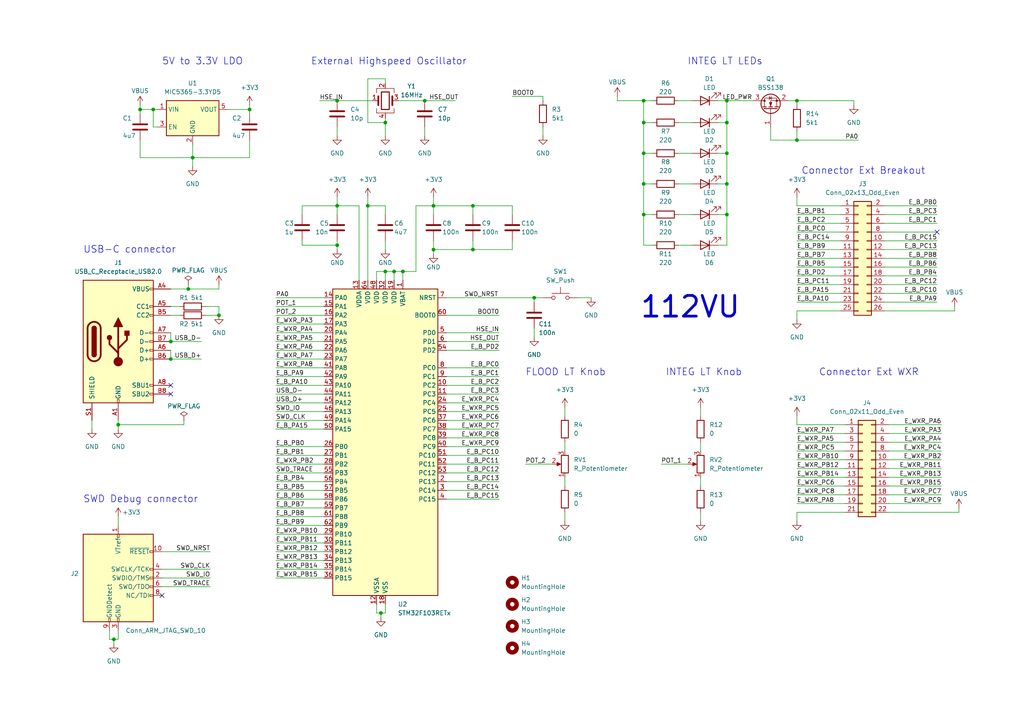
<source format=kicad_sch>
(kicad_sch (version 20230121) (generator eeschema)

  (uuid 5740ca0b-655a-4c19-bd74-b6cca34ce569)

  (paper "A4")

  (title_block
    (title "112VU")
    (date "2024-01-15")
    (rev "0.1")
  )

  

  (junction (at 186.69 35.56) (diameter 0) (color 0 0 0 0)
    (uuid 0fa51067-dcdd-4638-853e-c4d001b5fe0c)
  )
  (junction (at 231.14 29.21) (diameter 0) (color 0 0 0 0)
    (uuid 12d0678d-5c9f-40c4-9c9a-12f345cfdc8d)
  )
  (junction (at 210.82 62.23) (diameter 0) (color 0 0 0 0)
    (uuid 167e498f-a224-47d2-b0fd-ec58b25f043b)
  )
  (junction (at 210.82 29.21) (diameter 0) (color 0 0 0 0)
    (uuid 17dd96a3-c263-411b-b285-96174f8c4abd)
  )
  (junction (at 210.82 44.45) (diameter 0) (color 0 0 0 0)
    (uuid 1ad1dc14-43c8-42b6-8beb-dc72a08c2dbc)
  )
  (junction (at 33.02 185.42) (diameter 0) (color 0 0 0 0)
    (uuid 1c60d609-5ff7-4dc2-a60e-07e63366d976)
  )
  (junction (at 55.88 45.72) (diameter 0) (color 0 0 0 0)
    (uuid 2b1921ca-aaa2-4822-ba7a-336bdbbaf8ed)
  )
  (junction (at 110.49 177.8) (diameter 0) (color 0 0 0 0)
    (uuid 2dcbfe76-d796-4daf-a127-d5363b09619b)
  )
  (junction (at 186.69 62.23) (diameter 0) (color 0 0 0 0)
    (uuid 2efcae8f-3aba-490e-816e-aeedb77f4b0c)
  )
  (junction (at 186.69 53.34) (diameter 0) (color 0 0 0 0)
    (uuid 3dd9d9bf-a6d9-4b4f-bd61-152871729905)
  )
  (junction (at 154.94 86.36) (diameter 0) (color 0 0 0 0)
    (uuid 404569f3-5127-4511-a637-34de95e5cd08)
  )
  (junction (at 97.79 59.69) (diameter 0) (color 0 0 0 0)
    (uuid 42f629bd-caad-4bce-9a81-ca4768db3007)
  )
  (junction (at 49.53 104.14) (diameter 0) (color 0 0 0 0)
    (uuid 43e22a1c-f404-4373-99bd-0c12eb31405b)
  )
  (junction (at 186.69 29.21) (diameter 0) (color 0 0 0 0)
    (uuid 49cb2f9a-042b-4c31-a10f-99f0faba34b6)
  )
  (junction (at 125.73 72.39) (diameter 0) (color 0 0 0 0)
    (uuid 4d7035fa-b7d3-4f60-adea-61c88f038586)
  )
  (junction (at 125.73 59.69) (diameter 0) (color 0 0 0 0)
    (uuid 4f902fa3-3669-459c-bc2c-d7ee983e1881)
  )
  (junction (at 114.3 78.74) (diameter 0) (color 0 0 0 0)
    (uuid 5f29704b-0318-45e3-8367-e3233859d109)
  )
  (junction (at 137.16 59.69) (diameter 0) (color 0 0 0 0)
    (uuid 6b127d9a-6cfc-4e3b-90a6-5161ca078476)
  )
  (junction (at 49.53 99.06) (diameter 0) (color 0 0 0 0)
    (uuid 6daa3e7b-888a-4e82-aa01-d5da38047bf9)
  )
  (junction (at 54.61 83.82) (diameter 0) (color 0 0 0 0)
    (uuid 7b6ecf54-9f73-4341-80a0-5b87705abb64)
  )
  (junction (at 97.79 71.12) (diameter 0) (color 0 0 0 0)
    (uuid 7cd7764e-36cc-46ca-a4d2-c3264a31cbdc)
  )
  (junction (at 111.76 78.74) (diameter 0) (color 0 0 0 0)
    (uuid 7e3d4d64-3133-4ce4-926f-4031f6f437bf)
  )
  (junction (at 123.19 29.21) (diameter 0) (color 0 0 0 0)
    (uuid 92fdf9fa-8bd9-4df6-8a1b-a85a69af6728)
  )
  (junction (at 34.29 123.19) (diameter 0) (color 0 0 0 0)
    (uuid 94d5499c-1a95-46b2-bf49-6a26cafcdc41)
  )
  (junction (at 137.16 72.39) (diameter 0) (color 0 0 0 0)
    (uuid 9b63773c-1c61-42c8-b559-cb3b72b84658)
  )
  (junction (at 72.39 31.75) (diameter 0) (color 0 0 0 0)
    (uuid a06a4f8a-c415-43dc-b206-90f090ee7299)
  )
  (junction (at 63.5 91.44) (diameter 0) (color 0 0 0 0)
    (uuid a15928d8-4854-48bc-b6b9-4cd713d7b736)
  )
  (junction (at 106.68 59.69) (diameter 0) (color 0 0 0 0)
    (uuid a8bd4085-dd3e-40b8-a542-d0fe6a1d7788)
  )
  (junction (at 231.14 40.64) (diameter 0) (color 0 0 0 0)
    (uuid a94dd8e0-b61f-4707-8a94-5139be3ad4e6)
  )
  (junction (at 210.82 35.56) (diameter 0) (color 0 0 0 0)
    (uuid aec23165-54b2-44da-b598-5eafc4fa56b2)
  )
  (junction (at 97.79 29.21) (diameter 0) (color 0 0 0 0)
    (uuid affe691f-1bdc-435c-8c85-0ecbd2c20f8e)
  )
  (junction (at 186.69 44.45) (diameter 0) (color 0 0 0 0)
    (uuid b04d1fe1-5522-4fed-9a7b-6b3b3669d42b)
  )
  (junction (at 210.82 53.34) (diameter 0) (color 0 0 0 0)
    (uuid b3099a62-2752-4bda-a8d9-db47a782ca25)
  )
  (junction (at 40.64 31.75) (diameter 0) (color 0 0 0 0)
    (uuid bbd3779f-e8a7-4198-86fd-95e1eb6bb2bd)
  )
  (junction (at 116.84 78.74) (diameter 0) (color 0 0 0 0)
    (uuid d7425343-d0b1-4493-8a3a-2d18e4f57a0f)
  )
  (junction (at 44.45 31.75) (diameter 0) (color 0 0 0 0)
    (uuid f5bbedea-bb19-475d-929b-c2414a704bca)
  )
  (junction (at 111.76 35.56) (diameter 0) (color 0 0 0 0)
    (uuid fb11841a-c952-4faa-bf14-cc379b950e82)
  )

  (no_connect (at 49.53 111.76) (uuid 7e52c791-279f-4bf1-af21-d9a95d7156bb))
  (no_connect (at 46.99 172.72) (uuid d5c9b446-c56a-4aec-abce-7eea89857564))
  (no_connect (at 49.53 114.3) (uuid de059341-76dd-4323-a7fc-4a8e07e018d0))
  (no_connect (at 271.78 67.31) (uuid df944613-0d19-4229-a134-073f2c32372c))

  (wire (pts (xy 208.28 35.56) (xy 210.82 35.56))
    (stroke (width 0) (type default))
    (uuid 000f3c30-d2db-4552-8864-58880818cd3d)
  )
  (wire (pts (xy 210.82 53.34) (xy 210.82 62.23))
    (stroke (width 0) (type default))
    (uuid 005d8a26-8eb9-4f46-8583-3d6e94adbc2a)
  )
  (wire (pts (xy 186.69 62.23) (xy 189.23 62.23))
    (stroke (width 0) (type default))
    (uuid 0064b704-c687-4df0-a7ac-20279cf92963)
  )
  (wire (pts (xy 114.3 78.74) (xy 116.84 78.74))
    (stroke (width 0) (type default))
    (uuid 013fb74b-3b70-411b-b67d-2c95da60f035)
  )
  (wire (pts (xy 256.54 69.85) (xy 271.78 69.85))
    (stroke (width 0) (type default))
    (uuid 031fe79c-6cb6-44de-aa72-5594e8bf2520)
  )
  (wire (pts (xy 203.2 148.59) (xy 203.2 151.13))
    (stroke (width 0) (type default))
    (uuid 0463d66f-3282-4aed-be9f-6e72070b1dd1)
  )
  (wire (pts (xy 125.73 59.69) (xy 137.16 59.69))
    (stroke (width 0) (type default))
    (uuid 04847588-42d6-4ccf-b25e-ffe49c8ebb1c)
  )
  (wire (pts (xy 154.94 86.36) (xy 157.48 86.36))
    (stroke (width 0) (type default))
    (uuid 05e8fcc9-8f37-45f0-b810-ba2333471520)
  )
  (wire (pts (xy 97.79 36.83) (xy 97.79 39.37))
    (stroke (width 0) (type default))
    (uuid 060e10b8-4e30-461e-8f36-50eb5e16a300)
  )
  (wire (pts (xy 129.54 109.22) (xy 144.78 109.22))
    (stroke (width 0) (type default))
    (uuid 08960750-8fff-4680-92f7-e883b4f1f556)
  )
  (wire (pts (xy 210.82 62.23) (xy 210.82 71.12))
    (stroke (width 0) (type default))
    (uuid 0b8d3c61-b4fd-45f8-ab33-a261ab8455ae)
  )
  (wire (pts (xy 80.01 139.7) (xy 93.98 139.7))
    (stroke (width 0) (type default))
    (uuid 0c29b7a6-eb65-4a8c-b6c8-77fadb9197d6)
  )
  (wire (pts (xy 223.52 40.64) (xy 231.14 40.64))
    (stroke (width 0) (type default))
    (uuid 0ce07208-3281-4298-96f0-47fc35add194)
  )
  (wire (pts (xy 46.99 160.02) (xy 60.96 160.02))
    (stroke (width 0) (type default))
    (uuid 0de6fa0e-bcfd-4405-9a32-2aa7d7605898)
  )
  (wire (pts (xy 80.01 129.54) (xy 93.98 129.54))
    (stroke (width 0) (type default))
    (uuid 0e9adbe9-3fe7-440c-804d-7c61090db9e1)
  )
  (wire (pts (xy 80.01 157.48) (xy 93.98 157.48))
    (stroke (width 0) (type default))
    (uuid 0ea582f6-0a9d-495e-a23b-1fb36f65c7f9)
  )
  (wire (pts (xy 80.01 147.32) (xy 93.98 147.32))
    (stroke (width 0) (type default))
    (uuid 0ef083e0-8845-4bfe-9b50-d16a41e2529c)
  )
  (wire (pts (xy 257.81 125.73) (xy 273.05 125.73))
    (stroke (width 0) (type default))
    (uuid 0fc254ad-7c29-409a-a387-9a1a8fe616ae)
  )
  (wire (pts (xy 125.73 69.85) (xy 125.73 72.39))
    (stroke (width 0) (type default))
    (uuid 10050359-6c5b-4d95-bd60-17b1b97c0e36)
  )
  (wire (pts (xy 111.76 59.69) (xy 111.76 62.23))
    (stroke (width 0) (type default))
    (uuid 1096ab1b-41d8-46da-8912-9f3ba07f8f9b)
  )
  (wire (pts (xy 80.01 99.06) (xy 93.98 99.06))
    (stroke (width 0) (type default))
    (uuid 10efa3f2-df42-4111-b123-4539607ab2b7)
  )
  (wire (pts (xy 129.54 121.92) (xy 144.78 121.92))
    (stroke (width 0) (type default))
    (uuid 11040791-0875-492e-8705-a753fe59a812)
  )
  (wire (pts (xy 33.02 185.42) (xy 33.02 186.69))
    (stroke (width 0) (type default))
    (uuid 11c1a1a1-6e3a-4bcc-9368-5f85763dd2d7)
  )
  (wire (pts (xy 40.64 31.75) (xy 44.45 31.75))
    (stroke (width 0) (type default))
    (uuid 12e0e279-ded3-4a3c-abbe-206edf1f6a0c)
  )
  (wire (pts (xy 231.14 64.77) (xy 243.84 64.77))
    (stroke (width 0) (type default))
    (uuid 133b4311-c7f5-4af2-8bb6-8ec5cd75a6f3)
  )
  (wire (pts (xy 31.75 182.88) (xy 31.75 185.42))
    (stroke (width 0) (type default))
    (uuid 156ae0d1-f1c6-4eba-a8b0-adcedee7fe2c)
  )
  (wire (pts (xy 208.28 29.21) (xy 210.82 29.21))
    (stroke (width 0) (type default))
    (uuid 15ecf47d-089b-435b-a76b-ec8f624d0888)
  )
  (wire (pts (xy 223.52 36.83) (xy 223.52 40.64))
    (stroke (width 0) (type default))
    (uuid 1609296a-5640-4983-84d0-9acaa9c89843)
  )
  (wire (pts (xy 210.82 35.56) (xy 210.82 44.45))
    (stroke (width 0) (type default))
    (uuid 163094c6-a22b-43fd-9b30-61a8c0a9672f)
  )
  (wire (pts (xy 137.16 69.85) (xy 137.16 72.39))
    (stroke (width 0) (type default))
    (uuid 172bb47f-0037-4844-9a9b-51b9e12fd496)
  )
  (wire (pts (xy 111.76 69.85) (xy 111.76 72.39))
    (stroke (width 0) (type default))
    (uuid 17da7ac7-9940-4d33-b3c8-8aa70c7ca9ae)
  )
  (wire (pts (xy 97.79 57.15) (xy 97.79 59.69))
    (stroke (width 0) (type default))
    (uuid 190739b9-e921-4a1b-9d67-4f1ce53b3de1)
  )
  (wire (pts (xy 123.19 36.83) (xy 123.19 39.37))
    (stroke (width 0) (type default))
    (uuid 1c43a984-117c-4f04-a812-e06535f4c5d9)
  )
  (wire (pts (xy 276.86 88.9) (xy 276.86 90.17))
    (stroke (width 0) (type default))
    (uuid 1f2b1ecd-0c60-4765-9bb8-b20521a49bd2)
  )
  (wire (pts (xy 247.65 30.48) (xy 247.65 29.21))
    (stroke (width 0) (type default))
    (uuid 1f342ac5-7492-48b4-a589-ed2402e51c12)
  )
  (wire (pts (xy 46.99 165.1) (xy 60.96 165.1))
    (stroke (width 0) (type default))
    (uuid 1fec02f9-be0f-49be-823d-e9eafad81b29)
  )
  (wire (pts (xy 243.84 59.69) (xy 231.14 59.69))
    (stroke (width 0) (type default))
    (uuid 1ff32272-b4a0-46f6-882e-b6845af06ec9)
  )
  (wire (pts (xy 186.69 53.34) (xy 186.69 62.23))
    (stroke (width 0) (type default))
    (uuid 2117bc2d-8706-494a-bd4d-c293bf11544c)
  )
  (wire (pts (xy 129.54 111.76) (xy 144.78 111.76))
    (stroke (width 0) (type default))
    (uuid 217e16a5-0ace-4bca-bbae-5b06520e4127)
  )
  (wire (pts (xy 231.14 80.01) (xy 243.84 80.01))
    (stroke (width 0) (type default))
    (uuid 223b2aad-05c4-4155-a521-2918f765a64a)
  )
  (wire (pts (xy 257.81 133.35) (xy 273.05 133.35))
    (stroke (width 0) (type default))
    (uuid 22bd623c-de04-4d6c-b5de-88c1b9bc30dc)
  )
  (wire (pts (xy 129.54 119.38) (xy 144.78 119.38))
    (stroke (width 0) (type default))
    (uuid 23351827-82ed-4f5f-96ce-180325481ad7)
  )
  (wire (pts (xy 55.88 41.91) (xy 55.88 45.72))
    (stroke (width 0) (type default))
    (uuid 23fc5e79-c876-43a1-81f6-a3c4faec6e77)
  )
  (wire (pts (xy 210.82 44.45) (xy 210.82 53.34))
    (stroke (width 0) (type default))
    (uuid 249cf519-7bb3-4e38-b004-a3a3f5eb7729)
  )
  (wire (pts (xy 80.01 144.78) (xy 93.98 144.78))
    (stroke (width 0) (type default))
    (uuid 27a472ac-f10e-4972-9358-e8a84ef67b01)
  )
  (wire (pts (xy 257.81 130.81) (xy 273.05 130.81))
    (stroke (width 0) (type default))
    (uuid 299673da-939d-4021-9882-d4f1260776c6)
  )
  (wire (pts (xy 111.76 22.86) (xy 106.68 22.86))
    (stroke (width 0) (type default))
    (uuid 2a9ba7a0-8eaf-4448-9c19-2ae556d2a337)
  )
  (wire (pts (xy 110.49 177.8) (xy 110.49 179.07))
    (stroke (width 0) (type default))
    (uuid 2ac958ed-6ccb-4d2c-80c8-5d730be8c1a2)
  )
  (wire (pts (xy 256.54 82.55) (xy 271.78 82.55))
    (stroke (width 0) (type default))
    (uuid 2badd1b7-1c79-40a4-9d69-9e9b7db0a1bc)
  )
  (wire (pts (xy 231.14 148.59) (xy 245.11 148.59))
    (stroke (width 0) (type default))
    (uuid 2c22f1b9-3970-414e-b2f4-a2b9a405e482)
  )
  (wire (pts (xy 129.54 132.08) (xy 144.78 132.08))
    (stroke (width 0) (type default))
    (uuid 2cabd486-acdd-4659-8814-5a5df849c962)
  )
  (wire (pts (xy 231.14 87.63) (xy 243.84 87.63))
    (stroke (width 0) (type default))
    (uuid 2d116af4-8286-46cf-8ed0-a3060c897ba9)
  )
  (wire (pts (xy 59.69 91.44) (xy 63.5 91.44))
    (stroke (width 0) (type default))
    (uuid 2d3b6166-9244-425b-a981-a4aa007e5ca2)
  )
  (wire (pts (xy 87.63 62.23) (xy 87.63 59.69))
    (stroke (width 0) (type default))
    (uuid 2d44685b-e02e-4177-9d31-d2d8cc237d92)
  )
  (wire (pts (xy 231.14 72.39) (xy 243.84 72.39))
    (stroke (width 0) (type default))
    (uuid 2d680f5b-3b33-482f-bcad-751ae84dc5c8)
  )
  (wire (pts (xy 186.69 44.45) (xy 189.23 44.45))
    (stroke (width 0) (type default))
    (uuid 2e6a3542-46f5-4d07-b324-bfb155724b59)
  )
  (wire (pts (xy 196.85 29.21) (xy 200.66 29.21))
    (stroke (width 0) (type default))
    (uuid 2f13497b-4181-46ef-8d0d-badc8e4372e9)
  )
  (wire (pts (xy 80.01 124.46) (xy 93.98 124.46))
    (stroke (width 0) (type default))
    (uuid 2f1b32d1-b651-4292-87ce-5c89bfb6d012)
  )
  (wire (pts (xy 49.53 99.06) (xy 58.42 99.06))
    (stroke (width 0) (type default))
    (uuid 2f7abde7-22bd-44eb-bf30-9685557cb1a1)
  )
  (wire (pts (xy 129.54 96.52) (xy 144.78 96.52))
    (stroke (width 0) (type default))
    (uuid 30aa99ea-6a05-4d46-ba9b-2ab146a5806d)
  )
  (wire (pts (xy 80.01 132.08) (xy 93.98 132.08))
    (stroke (width 0) (type default))
    (uuid 30e5cf48-273c-4f32-9cdd-d6154f31c5cb)
  )
  (wire (pts (xy 115.57 29.21) (xy 123.19 29.21))
    (stroke (width 0) (type default))
    (uuid 32fa1ea4-f590-4232-805b-f9e63fc3d051)
  )
  (wire (pts (xy 231.14 128.27) (xy 245.11 128.27))
    (stroke (width 0) (type default))
    (uuid 3371feb1-8598-4157-aad6-46ad00e177e8)
  )
  (wire (pts (xy 231.14 74.93) (xy 243.84 74.93))
    (stroke (width 0) (type default))
    (uuid 36b20240-03f2-4274-b1e0-813d48fac8ba)
  )
  (wire (pts (xy 257.81 143.51) (xy 273.05 143.51))
    (stroke (width 0) (type default))
    (uuid 36b7eac1-0e42-4f59-a373-282ea4823cdf)
  )
  (wire (pts (xy 208.28 44.45) (xy 210.82 44.45))
    (stroke (width 0) (type default))
    (uuid 377a8073-23ea-46ac-a73f-f136652c7df0)
  )
  (wire (pts (xy 196.85 62.23) (xy 200.66 62.23))
    (stroke (width 0) (type default))
    (uuid 37c278de-c3c3-4d6e-94b7-620c6e6ddd93)
  )
  (wire (pts (xy 59.69 88.9) (xy 63.5 88.9))
    (stroke (width 0) (type default))
    (uuid 38edcb7f-f3ff-4204-bf25-e49fbbf5c751)
  )
  (wire (pts (xy 53.34 123.19) (xy 34.29 123.19))
    (stroke (width 0) (type default))
    (uuid 39a70a05-2803-41c0-87b1-0ca49827ba0d)
  )
  (wire (pts (xy 256.54 87.63) (xy 271.78 87.63))
    (stroke (width 0) (type default))
    (uuid 3afc3492-5657-4412-acb5-912b73eac894)
  )
  (wire (pts (xy 104.14 59.69) (xy 97.79 59.69))
    (stroke (width 0) (type default))
    (uuid 3ce25f19-dd47-4b75-b294-47131bdac816)
  )
  (wire (pts (xy 87.63 59.69) (xy 97.79 59.69))
    (stroke (width 0) (type default))
    (uuid 3cecd9e4-1dbd-415d-9a30-c188dca3f7d5)
  )
  (wire (pts (xy 203.2 138.43) (xy 203.2 140.97))
    (stroke (width 0) (type default))
    (uuid 3d1a660e-0865-4f35-b88f-c3fd6f539510)
  )
  (wire (pts (xy 34.29 121.92) (xy 34.29 123.19))
    (stroke (width 0) (type default))
    (uuid 3d20c474-823a-4fb5-a8c6-bcc8402bbcdb)
  )
  (wire (pts (xy 257.81 128.27) (xy 273.05 128.27))
    (stroke (width 0) (type default))
    (uuid 3e826027-6dac-4c42-be7b-04c7bb1fc69d)
  )
  (wire (pts (xy 129.54 127) (xy 144.78 127))
    (stroke (width 0) (type default))
    (uuid 3ead91cc-d710-4665-a7ed-fadb9108c93a)
  )
  (wire (pts (xy 148.59 27.94) (xy 157.48 27.94))
    (stroke (width 0) (type default))
    (uuid 3ecf414c-08b6-47ca-9695-c09388434a5b)
  )
  (wire (pts (xy 104.14 59.69) (xy 104.14 81.28))
    (stroke (width 0) (type default))
    (uuid 3f1ec9ee-f1bb-4316-a027-a93574520652)
  )
  (wire (pts (xy 129.54 91.44) (xy 144.78 91.44))
    (stroke (width 0) (type default))
    (uuid 410a719c-b38c-4b95-8e72-b6296bfd0097)
  )
  (wire (pts (xy 257.81 146.05) (xy 273.05 146.05))
    (stroke (width 0) (type default))
    (uuid 415bbe1e-b642-4b4f-915b-98d786a16088)
  )
  (wire (pts (xy 80.01 111.76) (xy 93.98 111.76))
    (stroke (width 0) (type default))
    (uuid 41f41795-f978-4530-a575-595191bfc928)
  )
  (wire (pts (xy 203.2 128.27) (xy 203.2 130.81))
    (stroke (width 0) (type default))
    (uuid 4238ec4e-4da9-4362-8bb4-d23dfc45d30a)
  )
  (wire (pts (xy 40.64 31.75) (xy 40.64 33.02))
    (stroke (width 0) (type default))
    (uuid 42b0ae2e-b2e9-432d-9abc-de3c5fe361a6)
  )
  (wire (pts (xy 111.76 78.74) (xy 114.3 78.74))
    (stroke (width 0) (type default))
    (uuid 4363a51d-f381-43ca-b105-45ef52d8ddaa)
  )
  (wire (pts (xy 87.63 71.12) (xy 97.79 71.12))
    (stroke (width 0) (type default))
    (uuid 45264701-2f52-4889-b0f7-633a099ab069)
  )
  (wire (pts (xy 111.76 175.26) (xy 111.76 177.8))
    (stroke (width 0) (type default))
    (uuid 45edc67c-d8d4-4a13-8586-d5c866291a9b)
  )
  (wire (pts (xy 157.48 36.83) (xy 157.48 39.37))
    (stroke (width 0) (type default))
    (uuid 482f4782-d902-4979-8bc1-488e3f2b3f9e)
  )
  (wire (pts (xy 54.61 82.55) (xy 54.61 83.82))
    (stroke (width 0) (type default))
    (uuid 48946026-ecb4-495e-a133-26d8a78f2216)
  )
  (wire (pts (xy 231.14 146.05) (xy 245.11 146.05))
    (stroke (width 0) (type default))
    (uuid 4936c6a1-f790-4016-94bd-7910cf9d3a41)
  )
  (wire (pts (xy 278.13 147.32) (xy 278.13 148.59))
    (stroke (width 0) (type default))
    (uuid 49f3eadb-5930-46fe-be98-ea99e180eb58)
  )
  (wire (pts (xy 191.77 134.62) (xy 199.39 134.62))
    (stroke (width 0) (type default))
    (uuid 4a4522a4-ff68-4daf-962a-123420667ffc)
  )
  (wire (pts (xy 186.69 35.56) (xy 186.69 44.45))
    (stroke (width 0) (type default))
    (uuid 4aea78ff-9235-4074-a775-d890026d9157)
  )
  (wire (pts (xy 196.85 44.45) (xy 200.66 44.45))
    (stroke (width 0) (type default))
    (uuid 4afa499b-fc4b-4360-9569-393da8fceca2)
  )
  (wire (pts (xy 80.01 86.36) (xy 93.98 86.36))
    (stroke (width 0) (type default))
    (uuid 4eec0bee-50c0-4d9d-8e07-8eadde9e9be5)
  )
  (wire (pts (xy 55.88 45.72) (xy 72.39 45.72))
    (stroke (width 0) (type default))
    (uuid 5069b1d8-f44e-4d57-9ff1-71618293e9d5)
  )
  (wire (pts (xy 129.54 116.84) (xy 144.78 116.84))
    (stroke (width 0) (type default))
    (uuid 5265fffc-31ab-4df2-88c1-fb36bf4eb2ac)
  )
  (wire (pts (xy 208.28 62.23) (xy 210.82 62.23))
    (stroke (width 0) (type default))
    (uuid 52e31386-694e-4951-b680-1cc4d36661dd)
  )
  (wire (pts (xy 31.75 185.42) (xy 33.02 185.42))
    (stroke (width 0) (type default))
    (uuid 536249b9-139e-4933-b1ec-ec2ddc1cf787)
  )
  (wire (pts (xy 44.45 31.75) (xy 45.72 31.75))
    (stroke (width 0) (type default))
    (uuid 54b4904a-2b1c-4bcf-b507-c0f6e41dc409)
  )
  (wire (pts (xy 129.54 86.36) (xy 154.94 86.36))
    (stroke (width 0) (type default))
    (uuid 550db694-027e-4ed0-8a8a-a7137c2d8d0e)
  )
  (wire (pts (xy 80.01 93.98) (xy 93.98 93.98))
    (stroke (width 0) (type default))
    (uuid 55803bf1-d9ec-4561-b9aa-5f1365f79ea5)
  )
  (wire (pts (xy 114.3 78.74) (xy 114.3 81.28))
    (stroke (width 0) (type default))
    (uuid 56a48f74-af5a-4107-84dd-44320a9aae73)
  )
  (wire (pts (xy 257.81 135.89) (xy 273.05 135.89))
    (stroke (width 0) (type default))
    (uuid 58768011-fcdd-404e-84ba-0b63f98bce65)
  )
  (wire (pts (xy 210.82 29.21) (xy 218.44 29.21))
    (stroke (width 0) (type default))
    (uuid 58c47b34-f93e-4291-8e3b-e914ffffd543)
  )
  (wire (pts (xy 123.19 29.21) (xy 132.08 29.21))
    (stroke (width 0) (type default))
    (uuid 5907fa0b-0e70-4f6d-8d6c-7d5e55e0dce8)
  )
  (wire (pts (xy 231.14 140.97) (xy 245.11 140.97))
    (stroke (width 0) (type default))
    (uuid 597e0541-ae0c-4817-bf22-e3d44995672c)
  )
  (wire (pts (xy 256.54 62.23) (xy 271.78 62.23))
    (stroke (width 0) (type default))
    (uuid 59990080-a5a6-42ea-b452-b5e2eb32ec48)
  )
  (wire (pts (xy 40.64 40.64) (xy 40.64 45.72))
    (stroke (width 0) (type default))
    (uuid 5a72b2e7-5be6-4ea8-8a94-1352dfd7ee75)
  )
  (wire (pts (xy 129.54 114.3) (xy 144.78 114.3))
    (stroke (width 0) (type default))
    (uuid 5a8ccbce-76f7-43a3-b99f-251bc7fe054f)
  )
  (wire (pts (xy 179.07 29.21) (xy 179.07 27.94))
    (stroke (width 0) (type default))
    (uuid 5c950eb7-1208-4e33-a28f-047f0062ef0e)
  )
  (wire (pts (xy 129.54 129.54) (xy 144.78 129.54))
    (stroke (width 0) (type default))
    (uuid 5d279d21-5663-4da3-bb22-bcad169a0a89)
  )
  (wire (pts (xy 186.69 29.21) (xy 189.23 29.21))
    (stroke (width 0) (type default))
    (uuid 5d37c896-6ccd-4eb6-b97d-06fd8af25081)
  )
  (wire (pts (xy 186.69 44.45) (xy 186.69 53.34))
    (stroke (width 0) (type default))
    (uuid 5d64061c-b985-4a33-b8f4-610cec98ad19)
  )
  (wire (pts (xy 256.54 72.39) (xy 271.78 72.39))
    (stroke (width 0) (type default))
    (uuid 608feaaf-fa2e-445a-9504-c8d17c892dfd)
  )
  (wire (pts (xy 66.04 31.75) (xy 72.39 31.75))
    (stroke (width 0) (type default))
    (uuid 617ce0d8-254e-4a35-8d2b-3f40e2a15518)
  )
  (wire (pts (xy 196.85 71.12) (xy 200.66 71.12))
    (stroke (width 0) (type default))
    (uuid 61b194f9-4c66-4549-b1ed-fdd023ce1a79)
  )
  (wire (pts (xy 154.94 95.25) (xy 154.94 97.79))
    (stroke (width 0) (type default))
    (uuid 65332cfe-54ff-4375-bc31-57384faf9c2b)
  )
  (wire (pts (xy 179.07 29.21) (xy 186.69 29.21))
    (stroke (width 0) (type default))
    (uuid 65b1fcb2-b43f-4fcc-acba-b8b1a3962aca)
  )
  (wire (pts (xy 33.02 185.42) (xy 34.29 185.42))
    (stroke (width 0) (type default))
    (uuid 65e6e68e-3a4c-4246-8e55-43ef27c59119)
  )
  (wire (pts (xy 55.88 48.26) (xy 55.88 45.72))
    (stroke (width 0) (type default))
    (uuid 65e9b324-ad31-4bf7-8cb7-fa7b2f0e9c99)
  )
  (wire (pts (xy 137.16 59.69) (xy 137.16 62.23))
    (stroke (width 0) (type default))
    (uuid 67693e21-e324-4f12-8825-7806fb444906)
  )
  (wire (pts (xy 137.16 59.69) (xy 148.59 59.69))
    (stroke (width 0) (type default))
    (uuid 69360a21-105a-43d7-9090-f199ea503c35)
  )
  (wire (pts (xy 257.81 148.59) (xy 278.13 148.59))
    (stroke (width 0) (type default))
    (uuid 6d7d8464-cb25-47c6-8fae-7b7892073b67)
  )
  (wire (pts (xy 80.01 104.14) (xy 93.98 104.14))
    (stroke (width 0) (type default))
    (uuid 6fd8f0bb-1f58-482c-ae28-354d54e2cbac)
  )
  (wire (pts (xy 189.23 35.56) (xy 186.69 35.56))
    (stroke (width 0) (type default))
    (uuid 7101862f-c57f-4aa3-af9d-aff543c31789)
  )
  (wire (pts (xy 53.34 121.92) (xy 53.34 123.19))
    (stroke (width 0) (type default))
    (uuid 71f493ba-dd60-4cae-a091-d6781bcdb4c5)
  )
  (wire (pts (xy 231.14 143.51) (xy 245.11 143.51))
    (stroke (width 0) (type default))
    (uuid 7219bfcf-349d-4d8b-9553-b1e2dcd0bab2)
  )
  (wire (pts (xy 189.23 71.12) (xy 186.69 71.12))
    (stroke (width 0) (type default))
    (uuid 7337ce00-6e22-4992-8868-d691328b1106)
  )
  (wire (pts (xy 231.14 120.65) (xy 231.14 123.19))
    (stroke (width 0) (type default))
    (uuid 73a8253f-8f70-427a-b3d3-e7a6b08c2a5d)
  )
  (wire (pts (xy 231.14 130.81) (xy 245.11 130.81))
    (stroke (width 0) (type default))
    (uuid 73ec6d6f-2733-4cc4-8683-50ea407b3164)
  )
  (wire (pts (xy 231.14 148.59) (xy 231.14 151.13))
    (stroke (width 0) (type default))
    (uuid 747b5248-8301-4e1b-b55a-56e84d6eee07)
  )
  (wire (pts (xy 72.39 30.48) (xy 72.39 31.75))
    (stroke (width 0) (type default))
    (uuid 7497168e-5bb9-45d1-9796-74815f86a675)
  )
  (wire (pts (xy 148.59 69.85) (xy 148.59 72.39))
    (stroke (width 0) (type default))
    (uuid 74b5d195-dec1-40be-bdb2-5074d95fca64)
  )
  (wire (pts (xy 129.54 134.62) (xy 144.78 134.62))
    (stroke (width 0) (type default))
    (uuid 75128cf9-d6b9-4888-9486-5947d3293a2b)
  )
  (wire (pts (xy 208.28 53.34) (xy 210.82 53.34))
    (stroke (width 0) (type default))
    (uuid 7628f3d0-ea89-4fe4-858f-f70881d4e876)
  )
  (wire (pts (xy 97.79 72.39) (xy 97.79 71.12))
    (stroke (width 0) (type default))
    (uuid 772b8a54-171c-44c3-a551-6db6ef841204)
  )
  (wire (pts (xy 109.22 175.26) (xy 109.22 177.8))
    (stroke (width 0) (type default))
    (uuid 79388906-8a9b-4e98-9e6d-540af7d14b09)
  )
  (wire (pts (xy 63.5 88.9) (xy 63.5 91.44))
    (stroke (width 0) (type default))
    (uuid 7a98c6ca-86ea-4c9c-81e5-9fb7096c121c)
  )
  (wire (pts (xy 186.69 53.34) (xy 189.23 53.34))
    (stroke (width 0) (type default))
    (uuid 7b38e39e-c91c-4149-a482-9055eb5e9990)
  )
  (wire (pts (xy 203.2 118.11) (xy 203.2 120.65))
    (stroke (width 0) (type default))
    (uuid 7c72ecde-63ef-4ef8-975a-20557e9b6d92)
  )
  (wire (pts (xy 109.22 78.74) (xy 111.76 78.74))
    (stroke (width 0) (type default))
    (uuid 7d56d791-cc7c-458b-bb36-915452050d31)
  )
  (wire (pts (xy 111.76 24.13) (xy 111.76 22.86))
    (stroke (width 0) (type default))
    (uuid 7e1a8fe5-c113-480b-98be-281a71bf8f43)
  )
  (wire (pts (xy 208.28 71.12) (xy 210.82 71.12))
    (stroke (width 0) (type default))
    (uuid 7f570547-dd1a-4280-b26d-20c134a2005f)
  )
  (wire (pts (xy 111.76 177.8) (xy 110.49 177.8))
    (stroke (width 0) (type default))
    (uuid 803f7d38-5a52-4850-a8b5-49aedfadde54)
  )
  (wire (pts (xy 148.59 62.23) (xy 148.59 59.69))
    (stroke (width 0) (type default))
    (uuid 820d98e4-3612-4faf-a029-644f9811c28e)
  )
  (wire (pts (xy 80.01 149.86) (xy 93.98 149.86))
    (stroke (width 0) (type default))
    (uuid 8248fdde-8cf6-4e91-9d94-040c2e0a99de)
  )
  (wire (pts (xy 256.54 80.01) (xy 271.78 80.01))
    (stroke (width 0) (type default))
    (uuid 824e78be-801d-461c-8672-dc59d08534fb)
  )
  (wire (pts (xy 80.01 137.16) (xy 93.98 137.16))
    (stroke (width 0) (type default))
    (uuid 82d79044-4cac-4c1a-8fbe-139954239921)
  )
  (wire (pts (xy 256.54 85.09) (xy 271.78 85.09))
    (stroke (width 0) (type default))
    (uuid 833d2c33-1022-4802-8b1a-31fd8ebff9a8)
  )
  (wire (pts (xy 231.14 133.35) (xy 245.11 133.35))
    (stroke (width 0) (type default))
    (uuid 83ba98b4-689c-42bf-ab2a-05ea9321baf2)
  )
  (wire (pts (xy 129.54 137.16) (xy 144.78 137.16))
    (stroke (width 0) (type default))
    (uuid 83fa09f0-eeb6-45ab-b76c-3983d74e28c7)
  )
  (wire (pts (xy 256.54 90.17) (xy 276.86 90.17))
    (stroke (width 0) (type default))
    (uuid 86365b5d-8df9-4b5e-a5b5-f5c2d2d4bb08)
  )
  (wire (pts (xy 80.01 106.68) (xy 93.98 106.68))
    (stroke (width 0) (type default))
    (uuid 86bc5b74-a4b5-450f-86b4-c4703a81f9e8)
  )
  (wire (pts (xy 231.14 138.43) (xy 245.11 138.43))
    (stroke (width 0) (type default))
    (uuid 875af2e2-3011-49ef-9cf1-3b8d1aa6a558)
  )
  (wire (pts (xy 97.79 59.69) (xy 97.79 62.23))
    (stroke (width 0) (type default))
    (uuid 875dcde3-d9b1-4261-b2ff-4d8621bb8b93)
  )
  (wire (pts (xy 247.65 29.21) (xy 231.14 29.21))
    (stroke (width 0) (type default))
    (uuid 87a4d5cf-d97b-461b-b5ab-2ba8f0629c81)
  )
  (wire (pts (xy 231.14 85.09) (xy 243.84 85.09))
    (stroke (width 0) (type default))
    (uuid 87b458c3-444e-48bd-9c1d-1ce0826eceeb)
  )
  (wire (pts (xy 157.48 27.94) (xy 157.48 29.21))
    (stroke (width 0) (type default))
    (uuid 883bf4a5-8455-467f-a591-ee9602f29502)
  )
  (wire (pts (xy 80.01 154.94) (xy 93.98 154.94))
    (stroke (width 0) (type default))
    (uuid 88a50611-570f-4953-b80c-f4a27d1d97fb)
  )
  (wire (pts (xy 231.14 135.89) (xy 245.11 135.89))
    (stroke (width 0) (type default))
    (uuid 895839e6-bcaf-4bed-84a5-63c5c001abed)
  )
  (wire (pts (xy 129.54 99.06) (xy 144.78 99.06))
    (stroke (width 0) (type default))
    (uuid 89e0a0ee-23eb-46db-9def-3bf9dc353f79)
  )
  (wire (pts (xy 256.54 74.93) (xy 271.78 74.93))
    (stroke (width 0) (type default))
    (uuid 8a27ba5a-2b44-46e6-9194-44c1ea9ca755)
  )
  (wire (pts (xy 80.01 88.9) (xy 93.98 88.9))
    (stroke (width 0) (type default))
    (uuid 8a2c5a05-02a9-4f72-a99a-9052c178574f)
  )
  (wire (pts (xy 40.64 45.72) (xy 55.88 45.72))
    (stroke (width 0) (type default))
    (uuid 8a2ed03c-01db-442d-ab41-f2989ed4129c)
  )
  (wire (pts (xy 26.67 121.92) (xy 26.67 124.46))
    (stroke (width 0) (type default))
    (uuid 8a99a176-4173-4611-a12a-f7950ec44274)
  )
  (wire (pts (xy 106.68 22.86) (xy 106.68 35.56))
    (stroke (width 0) (type default))
    (uuid 8a9c972a-6298-4e80-934b-fa45c02afc70)
  )
  (wire (pts (xy 256.54 67.31) (xy 271.78 67.31))
    (stroke (width 0) (type default))
    (uuid 8bf2fa1a-68c5-40cf-8cf9-f76ca9f8dad0)
  )
  (wire (pts (xy 49.53 91.44) (xy 52.07 91.44))
    (stroke (width 0) (type default))
    (uuid 8c74f273-8b7e-4ca2-81e8-7901219371e0)
  )
  (wire (pts (xy 167.64 86.36) (xy 171.45 86.36))
    (stroke (width 0) (type default))
    (uuid 8c885c0c-31c4-4200-802f-7e61d879f245)
  )
  (wire (pts (xy 80.01 162.56) (xy 93.98 162.56))
    (stroke (width 0) (type default))
    (uuid 8ce17427-3ffa-43d3-9639-d68a991fe58e)
  )
  (wire (pts (xy 210.82 29.21) (xy 210.82 35.56))
    (stroke (width 0) (type default))
    (uuid 8d2b4c80-6992-45f2-86c4-a0d67b7cb13a)
  )
  (wire (pts (xy 231.14 57.15) (xy 231.14 59.69))
    (stroke (width 0) (type default))
    (uuid 8d5de446-8ea0-4e2c-88cb-515e9930840d)
  )
  (wire (pts (xy 72.39 40.64) (xy 72.39 45.72))
    (stroke (width 0) (type default))
    (uuid 8dd4ecfb-1365-4fa9-95ee-596aaef991f9)
  )
  (wire (pts (xy 97.79 69.85) (xy 97.79 71.12))
    (stroke (width 0) (type default))
    (uuid 8fa94511-37ed-4cdf-ae80-ad28560ba829)
  )
  (wire (pts (xy 257.81 123.19) (xy 273.05 123.19))
    (stroke (width 0) (type default))
    (uuid 9042c39c-7f3c-48c8-aa43-ed5f6324b714)
  )
  (wire (pts (xy 106.68 59.69) (xy 106.68 81.28))
    (stroke (width 0) (type default))
    (uuid 9118a413-570e-456d-8544-5ad51bdedb93)
  )
  (wire (pts (xy 154.94 86.36) (xy 154.94 87.63))
    (stroke (width 0) (type default))
    (uuid 91ffaf9a-bbdb-4b16-bf37-6949410bdd95)
  )
  (wire (pts (xy 80.01 101.6) (xy 93.98 101.6))
    (stroke (width 0) (type default))
    (uuid 95b109bf-ad2b-41a1-8ef3-f7b1f141e0c8)
  )
  (wire (pts (xy 106.68 35.56) (xy 111.76 35.56))
    (stroke (width 0) (type default))
    (uuid 96fc5858-63dd-49a8-b576-bcb09045a011)
  )
  (wire (pts (xy 80.01 116.84) (xy 93.98 116.84))
    (stroke (width 0) (type default))
    (uuid 973c4ad4-b1f5-4df9-8386-815adf02b00d)
  )
  (wire (pts (xy 129.54 101.6) (xy 144.78 101.6))
    (stroke (width 0) (type default))
    (uuid 9765c0ad-c9b5-45c4-8707-c5f5c5d4c109)
  )
  (wire (pts (xy 256.54 77.47) (xy 271.78 77.47))
    (stroke (width 0) (type default))
    (uuid 9773d962-e428-4d77-8182-2107c0b10c1e)
  )
  (wire (pts (xy 80.01 121.92) (xy 93.98 121.92))
    (stroke (width 0) (type default))
    (uuid 97b0a11a-842a-4306-addf-07605f0abe5e)
  )
  (wire (pts (xy 231.14 77.47) (xy 243.84 77.47))
    (stroke (width 0) (type default))
    (uuid 9ae34e4e-7b0b-4b05-a8c3-83634817b0b0)
  )
  (wire (pts (xy 120.65 78.74) (xy 116.84 78.74))
    (stroke (width 0) (type default))
    (uuid 9c1389ee-d1ac-4160-a071-ae9bc87d0207)
  )
  (wire (pts (xy 44.45 31.75) (xy 44.45 36.83))
    (stroke (width 0) (type default))
    (uuid 9dec89b7-c224-4aa2-9bf9-b10938e96d26)
  )
  (wire (pts (xy 257.81 138.43) (xy 273.05 138.43))
    (stroke (width 0) (type default))
    (uuid 9e4086da-7dba-48b9-865a-6daee9bba9fa)
  )
  (wire (pts (xy 137.16 72.39) (xy 125.73 72.39))
    (stroke (width 0) (type default))
    (uuid a00cf6c7-48b6-499b-81e4-ea9bbe9d2e84)
  )
  (wire (pts (xy 257.81 140.97) (xy 273.05 140.97))
    (stroke (width 0) (type default))
    (uuid a0cac51b-3f4f-4f47-a98c-7d06e17e1ff3)
  )
  (wire (pts (xy 49.53 83.82) (xy 54.61 83.82))
    (stroke (width 0) (type default))
    (uuid a2588a20-b6e1-49e7-860b-aa2319f68eff)
  )
  (wire (pts (xy 256.54 59.69) (xy 271.78 59.69))
    (stroke (width 0) (type default))
    (uuid a2e9c4bd-bb42-42d0-a00e-0163ec9a9fd3)
  )
  (wire (pts (xy 125.73 57.15) (xy 125.73 59.69))
    (stroke (width 0) (type default))
    (uuid a2fd1a21-2bdd-436d-a848-15dd58af18e8)
  )
  (wire (pts (xy 231.14 69.85) (xy 243.84 69.85))
    (stroke (width 0) (type default))
    (uuid a3657415-e888-4ac5-92cb-b7f31a19d987)
  )
  (wire (pts (xy 163.83 118.11) (xy 163.83 120.65))
    (stroke (width 0) (type default))
    (uuid a5f801e1-bf14-4d39-9a86-026faa48d36c)
  )
  (wire (pts (xy 129.54 139.7) (xy 144.78 139.7))
    (stroke (width 0) (type default))
    (uuid a692649b-0fe6-45b3-9067-990686a6b0ae)
  )
  (wire (pts (xy 40.64 30.48) (xy 40.64 31.75))
    (stroke (width 0) (type default))
    (uuid a6ac18dc-e524-4ce1-93db-ea7a2f95938b)
  )
  (wire (pts (xy 196.85 35.56) (xy 200.66 35.56))
    (stroke (width 0) (type default))
    (uuid a70ce733-9cba-408d-b091-a4730dfaa74a)
  )
  (wire (pts (xy 129.54 124.46) (xy 144.78 124.46))
    (stroke (width 0) (type default))
    (uuid a70e97d9-36a3-4410-a80a-2412c19f173a)
  )
  (wire (pts (xy 231.14 67.31) (xy 243.84 67.31))
    (stroke (width 0) (type default))
    (uuid a9e936fd-3ba9-42fb-8ae3-eeee5a815792)
  )
  (wire (pts (xy 111.76 35.56) (xy 111.76 39.37))
    (stroke (width 0) (type default))
    (uuid aae282ba-9e54-42f3-95d2-ef87502cb378)
  )
  (wire (pts (xy 80.01 160.02) (xy 93.98 160.02))
    (stroke (width 0) (type default))
    (uuid ac1b4d2a-4735-4685-8dd7-4dfcf15f0f2d)
  )
  (wire (pts (xy 87.63 69.85) (xy 87.63 71.12))
    (stroke (width 0) (type default))
    (uuid ac5d5909-c690-42fa-b195-c25b5c9bcd39)
  )
  (wire (pts (xy 80.01 142.24) (xy 93.98 142.24))
    (stroke (width 0) (type default))
    (uuid ad5af50b-de14-4aef-99cf-9c6a9090d89f)
  )
  (wire (pts (xy 186.69 62.23) (xy 186.69 71.12))
    (stroke (width 0) (type default))
    (uuid ad632be4-a913-4102-b834-b3589712f61b)
  )
  (wire (pts (xy 163.83 128.27) (xy 163.83 130.81))
    (stroke (width 0) (type default))
    (uuid b1e522d1-54ef-4188-ab60-62b1ba5e6f33)
  )
  (wire (pts (xy 92.71 29.21) (xy 97.79 29.21))
    (stroke (width 0) (type default))
    (uuid b26ee8f7-dd4b-46ad-88a5-4abb8eb3c891)
  )
  (wire (pts (xy 97.79 29.21) (xy 107.95 29.21))
    (stroke (width 0) (type default))
    (uuid b2d1126c-00d9-4148-bc6e-8cf31fc07554)
  )
  (wire (pts (xy 231.14 29.21) (xy 231.14 30.48))
    (stroke (width 0) (type default))
    (uuid b4e2276c-01ac-4579-90fa-c69c90048c22)
  )
  (wire (pts (xy 196.85 53.34) (xy 200.66 53.34))
    (stroke (width 0) (type default))
    (uuid b4e5576d-df20-4295-aa90-f525e04d27e9)
  )
  (wire (pts (xy 125.73 62.23) (xy 125.73 59.69))
    (stroke (width 0) (type default))
    (uuid b598e7ba-dbfc-4d15-8685-aa38a769097f)
  )
  (wire (pts (xy 111.76 34.29) (xy 111.76 35.56))
    (stroke (width 0) (type default))
    (uuid b670967e-1494-44bd-af11-1a2c574eea93)
  )
  (wire (pts (xy 243.84 90.17) (xy 231.14 90.17))
    (stroke (width 0) (type default))
    (uuid b85c2e28-cb91-43f8-bc25-e1c3fe9e5ca1)
  )
  (wire (pts (xy 186.69 35.56) (xy 186.69 29.21))
    (stroke (width 0) (type default))
    (uuid b8aa2c76-7704-4d5d-9cdb-6ab39f6708b9)
  )
  (wire (pts (xy 137.16 72.39) (xy 148.59 72.39))
    (stroke (width 0) (type default))
    (uuid bbdce7f2-1736-4e39-ad75-babc98c65ddc)
  )
  (wire (pts (xy 34.29 123.19) (xy 34.29 124.46))
    (stroke (width 0) (type default))
    (uuid bc535585-6f32-43c3-9d16-8725ee61be2e)
  )
  (wire (pts (xy 231.14 90.17) (xy 231.14 92.71))
    (stroke (width 0) (type default))
    (uuid bc9f10bf-ab4d-4c06-bad2-b7d1e58f37aa)
  )
  (wire (pts (xy 46.99 170.18) (xy 60.96 170.18))
    (stroke (width 0) (type default))
    (uuid bfac506f-e1a6-4622-a607-d985153c1aa6)
  )
  (wire (pts (xy 80.01 152.4) (xy 93.98 152.4))
    (stroke (width 0) (type default))
    (uuid c08f800c-56a9-424c-a9a8-de13a96a8c0b)
  )
  (wire (pts (xy 49.53 104.14) (xy 58.42 104.14))
    (stroke (width 0) (type default))
    (uuid c42a38e6-3f55-4708-a440-7eca77ca9ca6)
  )
  (wire (pts (xy 125.73 59.69) (xy 120.65 59.69))
    (stroke (width 0) (type default))
    (uuid c6307afa-3f46-40e9-820a-a0d1d4fe0962)
  )
  (wire (pts (xy 129.54 144.78) (xy 144.78 144.78))
    (stroke (width 0) (type default))
    (uuid c80c178e-9363-4569-9112-69b769383390)
  )
  (wire (pts (xy 72.39 31.75) (xy 72.39 33.02))
    (stroke (width 0) (type default))
    (uuid c8e0fe5f-bc49-458e-99e2-e546638ed0aa)
  )
  (wire (pts (xy 80.01 96.52) (xy 93.98 96.52))
    (stroke (width 0) (type default))
    (uuid c914acef-66f6-433a-b06e-10005b57de3d)
  )
  (wire (pts (xy 129.54 106.68) (xy 144.78 106.68))
    (stroke (width 0) (type default))
    (uuid cb78f980-117e-4295-ade2-ad0f97ba5137)
  )
  (wire (pts (xy 116.84 78.74) (xy 116.84 81.28))
    (stroke (width 0) (type default))
    (uuid cddd9400-0c29-4c15-aec5-cab32fa55507)
  )
  (wire (pts (xy 231.14 40.64) (xy 248.92 40.64))
    (stroke (width 0) (type default))
    (uuid cfb759bf-b2f9-41de-9913-ae6f75e3c947)
  )
  (wire (pts (xy 49.53 101.6) (xy 49.53 104.14))
    (stroke (width 0) (type default))
    (uuid d1ca6074-30e0-4e2f-8751-62359f5a8cff)
  )
  (wire (pts (xy 34.29 149.86) (xy 34.29 152.4))
    (stroke (width 0) (type default))
    (uuid d271fe32-8888-45e6-969b-5001f0093860)
  )
  (wire (pts (xy 163.83 138.43) (xy 163.83 140.97))
    (stroke (width 0) (type default))
    (uuid d3c90db5-98ba-4334-b5f1-7b92b77d787e)
  )
  (wire (pts (xy 34.29 182.88) (xy 34.29 185.42))
    (stroke (width 0) (type default))
    (uuid d3d73c7f-77a5-48d7-85d4-7912f3d988c9)
  )
  (wire (pts (xy 120.65 59.69) (xy 120.65 78.74))
    (stroke (width 0) (type default))
    (uuid d48851ac-877a-4a5b-8a63-0ffd5af2fec7)
  )
  (wire (pts (xy 80.01 119.38) (xy 93.98 119.38))
    (stroke (width 0) (type default))
    (uuid d58c218b-e3cd-41db-a20c-2c63b91814a1)
  )
  (wire (pts (xy 228.6 29.21) (xy 231.14 29.21))
    (stroke (width 0) (type default))
    (uuid d985827e-94f9-4201-860f-ac3355dbec28)
  )
  (wire (pts (xy 46.99 167.64) (xy 60.96 167.64))
    (stroke (width 0) (type default))
    (uuid de8d426f-2509-4b7c-b6fa-ebd0854923c1)
  )
  (wire (pts (xy 231.14 38.1) (xy 231.14 40.64))
    (stroke (width 0) (type default))
    (uuid e00ef5ad-63c1-4b6a-885e-cc0b5adab65d)
  )
  (wire (pts (xy 129.54 142.24) (xy 144.78 142.24))
    (stroke (width 0) (type default))
    (uuid e08e04c2-25f0-4745-aad8-e744817bc30c)
  )
  (wire (pts (xy 63.5 82.55) (xy 63.5 83.82))
    (stroke (width 0) (type default))
    (uuid e1886fc6-46bf-4baf-9b02-66595f4e62c5)
  )
  (wire (pts (xy 125.73 72.39) (xy 125.73 73.66))
    (stroke (width 0) (type default))
    (uuid e3055f06-076e-4994-833c-bf47290e6687)
  )
  (wire (pts (xy 80.01 167.64) (xy 93.98 167.64))
    (stroke (width 0) (type default))
    (uuid e31b0eea-5996-4d8a-8c6a-d6b0f79c034e)
  )
  (wire (pts (xy 110.49 177.8) (xy 109.22 177.8))
    (stroke (width 0) (type default))
    (uuid e6471839-40d2-4b20-9eea-92fc5229222c)
  )
  (wire (pts (xy 109.22 81.28) (xy 109.22 78.74))
    (stroke (width 0) (type default))
    (uuid e66d4057-b678-40ff-a1b8-c0f040772caa)
  )
  (wire (pts (xy 49.53 88.9) (xy 52.07 88.9))
    (stroke (width 0) (type default))
    (uuid e68f5d6c-9068-4d1e-b70d-67d758c67d22)
  )
  (wire (pts (xy 111.76 78.74) (xy 111.76 81.28))
    (stroke (width 0) (type default))
    (uuid e6e87f00-0ba5-4fc0-8708-cb520b533b6d)
  )
  (wire (pts (xy 106.68 57.15) (xy 106.68 59.69))
    (stroke (width 0) (type default))
    (uuid e79b5f75-0f3d-460c-bbb2-f1e1ba6d2233)
  )
  (wire (pts (xy 111.76 59.69) (xy 106.68 59.69))
    (stroke (width 0) (type default))
    (uuid e9ff5882-94d5-46e5-978d-fc46faa5f76e)
  )
  (wire (pts (xy 231.14 125.73) (xy 245.11 125.73))
    (stroke (width 0) (type default))
    (uuid eac85228-b86f-4324-a3bd-85a16c52bb5c)
  )
  (wire (pts (xy 152.4 134.62) (xy 160.02 134.62))
    (stroke (width 0) (type default))
    (uuid ebdd0e5f-47be-49c2-aabc-4f34458254cf)
  )
  (wire (pts (xy 163.83 148.59) (xy 163.83 151.13))
    (stroke (width 0) (type default))
    (uuid ebf84a6a-e2af-485c-9787-0d07e9bc7f2d)
  )
  (wire (pts (xy 80.01 109.22) (xy 93.98 109.22))
    (stroke (width 0) (type default))
    (uuid ec3f17c4-1b5e-458b-bf46-9b7cc08db01c)
  )
  (wire (pts (xy 45.72 36.83) (xy 44.45 36.83))
    (stroke (width 0) (type default))
    (uuid ee9e74b9-a797-498e-ae06-2f5645a7b57d)
  )
  (wire (pts (xy 80.01 165.1) (xy 93.98 165.1))
    (stroke (width 0) (type default))
    (uuid f2439288-c252-4a56-bf53-ab962dbb8101)
  )
  (wire (pts (xy 54.61 83.82) (xy 63.5 83.82))
    (stroke (width 0) (type default))
    (uuid f4155702-c037-41cc-aca7-32839828243d)
  )
  (wire (pts (xy 256.54 64.77) (xy 271.78 64.77))
    (stroke (width 0) (type default))
    (uuid f518c24c-06cb-4191-9710-91c75edebf70)
  )
  (wire (pts (xy 80.01 91.44) (xy 93.98 91.44))
    (stroke (width 0) (type default))
    (uuid f5485363-ee56-4e49-b3fc-2896153c6a0d)
  )
  (wire (pts (xy 80.01 114.3) (xy 93.98 114.3))
    (stroke (width 0) (type default))
    (uuid f568153a-fbb2-4d32-a8d3-967e4a1308b8)
  )
  (wire (pts (xy 231.14 123.19) (xy 245.11 123.19))
    (stroke (width 0) (type default))
    (uuid f63ad809-2c85-4250-b106-902d5fd3b9af)
  )
  (wire (pts (xy 231.14 62.23) (xy 243.84 62.23))
    (stroke (width 0) (type default))
    (uuid f6503028-8108-4b82-b386-f4e02470ba64)
  )
  (wire (pts (xy 49.53 96.52) (xy 49.53 99.06))
    (stroke (width 0) (type default))
    (uuid fa3fbbf8-9d7c-4c27-b29b-c7600a68ddb4)
  )
  (wire (pts (xy 231.14 82.55) (xy 243.84 82.55))
    (stroke (width 0) (type default))
    (uuid fcabc11b-4d57-42df-96f5-59d69773d6e6)
  )
  (wire (pts (xy 80.01 134.62) (xy 93.98 134.62))
    (stroke (width 0) (type default))
    (uuid fdd3c67c-f0a6-4867-aa2e-c9fb46c02421)
  )

  (text "INTEG LT LEDs" (at 199.39 19.05 0)
    (effects (font (size 2 2)) (justify left bottom))
    (uuid 0a1e962e-076b-42f6-a00c-66090194340a)
  )
  (text "Connector Ext Breakout" (at 232.41 50.8 0)
    (effects (font (size 2 2)) (justify left bottom))
    (uuid 1ef8f101-a1c7-49e4-86e3-90068dc36021)
  )
  (text "FLOOD LT Knob" (at 152.4 109.22 0)
    (effects (font (size 2 2)) (justify left bottom))
    (uuid 3cb537d5-1194-485e-bb3f-7802fcb18862)
  )
  (text "INTEG LT Knob" (at 193.04 109.22 0)
    (effects (font (size 2 2)) (justify left bottom))
    (uuid 428f386b-c4b2-4ca2-845b-9e23fb41469e)
  )
  (text "USB-C connector" (at 24.13 73.66 0)
    (effects (font (size 2 2)) (justify left bottom))
    (uuid 73546573-846a-42be-a184-72492a70e48a)
  )
  (text "Connector Ext WXR" (at 237.49 109.22 0)
    (effects (font (size 2 2)) (justify left bottom))
    (uuid 89112b46-8fb3-4090-8c16-2410024d4f51)
  )
  (text "SWD Debug connector" (at 24.13 146.05 0)
    (effects (font (size 2 2)) (justify left bottom))
    (uuid aeb5fad9-a442-4ec1-af74-5842be54467e)
  )
  (text "112VU" (at 185.42 92.71 0)
    (effects (font (size 6 6) (thickness 0.8) bold) (justify left bottom))
    (uuid dad8b56c-3a07-430a-a4c3-8efe21e407f8)
  )
  (text "5V to 3.3V LDO" (at 46.99 19.05 0)
    (effects (font (size 2 2)) (justify left bottom))
    (uuid e020d38a-de30-4d26-9592-7a007cdfd95a)
  )
  (text "External Highspeed Oscillator" (at 90.17 19.05 0)
    (effects (font (size 2 2)) (justify left bottom))
    (uuid e945ef84-e769-4619-b4b4-eeb9867c277d)
  )

  (label "E_WXR_PC4" (at 144.78 116.84 180) (fields_autoplaced)
    (effects (font (size 1.27 1.27)) (justify right bottom))
    (uuid 0073db43-8d16-4c8c-b06e-ce71ee00075b)
  )
  (label "E_B_PB1" (at 80.01 132.08 0) (fields_autoplaced)
    (effects (font (size 1.27 1.27)) (justify left bottom))
    (uuid 019ef954-5fd5-4ddc-b620-69d894b8542a)
  )
  (label "E_B_PA10" (at 231.14 87.63 0) (fields_autoplaced)
    (effects (font (size 1.27 1.27)) (justify left bottom))
    (uuid 0229edee-80db-4851-88af-e743c01ef405)
  )
  (label "E_WXR_PB11" (at 80.01 157.48 0) (fields_autoplaced)
    (effects (font (size 1.27 1.27)) (justify left bottom))
    (uuid 02c1b82e-ada7-4dbb-bedc-307111e54a79)
  )
  (label "E_B_PC0" (at 144.78 106.68 180) (fields_autoplaced)
    (effects (font (size 1.27 1.27)) (justify right bottom))
    (uuid 030b1af6-9787-45f5-8fb6-f56da647aaf2)
  )
  (label "E_B_PB0" (at 271.78 59.69 180) (fields_autoplaced)
    (effects (font (size 1.27 1.27)) (justify right bottom))
    (uuid 0325e217-5396-43dd-b87d-9bddb39b074f)
  )
  (label "PA0" (at 248.92 40.64 180) (fields_autoplaced)
    (effects (font (size 1.27 1.27)) (justify right bottom))
    (uuid 05ec2665-52ca-4b00-9c42-8ad85b29d1f3)
  )
  (label "E_WXR_PA6" (at 273.05 123.19 180) (fields_autoplaced)
    (effects (font (size 1.27 1.27)) (justify right bottom))
    (uuid 08dfd7d2-33a0-4809-9927-38aafcd1d906)
  )
  (label "E_B_PC12" (at 271.78 82.55 180) (fields_autoplaced)
    (effects (font (size 1.27 1.27)) (justify right bottom))
    (uuid 0aa8c213-16cb-478e-a1b3-264f97ff2e30)
  )
  (label "E_B_PC3" (at 144.78 114.3 180) (fields_autoplaced)
    (effects (font (size 1.27 1.27)) (justify right bottom))
    (uuid 0b7c9e12-7e59-489f-a679-99f2a8e7b39b)
  )
  (label "E_WXR_PB10" (at 80.01 154.94 0) (fields_autoplaced)
    (effects (font (size 1.27 1.27)) (justify left bottom))
    (uuid 0f9eeff5-0f40-45cc-9754-b8c94aba65c5)
  )
  (label "E_WXR_PC8" (at 231.14 143.51 0) (fields_autoplaced)
    (effects (font (size 1.27 1.27)) (justify left bottom))
    (uuid 101292d7-5858-4a09-ad3a-a82064d867b7)
  )
  (label "E_B_PC14" (at 231.14 69.85 0) (fields_autoplaced)
    (effects (font (size 1.27 1.27)) (justify left bottom))
    (uuid 1051860c-5587-4756-96ef-7ab8b55b7ee2)
  )
  (label "USB_D+" (at 80.01 116.84 0) (fields_autoplaced)
    (effects (font (size 1.27 1.27)) (justify left bottom))
    (uuid 1161dc76-0555-4d35-93c3-8c6f37da7dbc)
  )
  (label "E_WXR_PA5" (at 231.14 128.27 0) (fields_autoplaced)
    (effects (font (size 1.27 1.27)) (justify left bottom))
    (uuid 116a482f-080b-45ad-91bb-e37457aa84f4)
  )
  (label "E_WXR_PC9" (at 273.05 146.05 180) (fields_autoplaced)
    (effects (font (size 1.27 1.27)) (justify right bottom))
    (uuid 169b2193-a5e8-4555-9d2a-b9788fe78314)
  )
  (label "E_WXR_PC7" (at 273.05 143.51 180) (fields_autoplaced)
    (effects (font (size 1.27 1.27)) (justify right bottom))
    (uuid 17a1a866-5ca0-48d5-910e-b42831aaeacc)
  )
  (label "E_WXR_PC8" (at 144.78 127 180) (fields_autoplaced)
    (effects (font (size 1.27 1.27)) (justify right bottom))
    (uuid 17c779f0-a3e6-4f76-81b4-9788c77ae000)
  )
  (label "E_B_PC12" (at 144.78 137.16 180) (fields_autoplaced)
    (effects (font (size 1.27 1.27)) (justify right bottom))
    (uuid 18561ed9-6e4f-4903-8c63-ad4975021a95)
  )
  (label "E_B_PB8" (at 80.01 149.86 0) (fields_autoplaced)
    (effects (font (size 1.27 1.27)) (justify left bottom))
    (uuid 1d9088a9-df88-4d14-9f20-1f58a564f256)
  )
  (label "E_WXR_PA7" (at 80.01 104.14 0) (fields_autoplaced)
    (effects (font (size 1.27 1.27)) (justify left bottom))
    (uuid 1e38f08b-8a91-479f-acec-148f3398786e)
  )
  (label "E_B_PC1" (at 271.78 64.77 180) (fields_autoplaced)
    (effects (font (size 1.27 1.27)) (justify right bottom))
    (uuid 1e69b8ef-d58e-4e4a-8141-058144ffb9c6)
  )
  (label "E_WXR_PB2" (at 273.05 133.35 180) (fields_autoplaced)
    (effects (font (size 1.27 1.27)) (justify right bottom))
    (uuid 1f885dd2-ddcb-416c-8d0c-7e90a38c3350)
  )
  (label "E_WXR_PC9" (at 144.78 129.54 180) (fields_autoplaced)
    (effects (font (size 1.27 1.27)) (justify right bottom))
    (uuid 208c293c-4e04-4f2f-b45f-c43710be9f83)
  )
  (label "SWD_CLK" (at 80.01 121.92 0) (fields_autoplaced)
    (effects (font (size 1.27 1.27)) (justify left bottom))
    (uuid 22f93126-8858-4e92-97f0-cf93ab491f4d)
  )
  (label "E_WXR_PA6" (at 80.01 101.6 0) (fields_autoplaced)
    (effects (font (size 1.27 1.27)) (justify left bottom))
    (uuid 23a54230-cd71-48b0-9697-a0dff3575dcc)
  )
  (label "E_B_PA15" (at 231.14 85.09 0) (fields_autoplaced)
    (effects (font (size 1.27 1.27)) (justify left bottom))
    (uuid 2943a762-2794-462a-87bb-32ee9435cf72)
  )
  (label "POT_2" (at 152.4 134.62 0) (fields_autoplaced)
    (effects (font (size 1.27 1.27)) (justify left bottom))
    (uuid 34f1a60b-117f-4ad9-84c9-9f846c7f41b0)
  )
  (label "E_WXR_PA3" (at 80.01 93.98 0) (fields_autoplaced)
    (effects (font (size 1.27 1.27)) (justify left bottom))
    (uuid 35a01b93-5ac3-4786-84e5-7b69ee1606db)
  )
  (label "E_WXR_PA4" (at 273.05 128.27 180) (fields_autoplaced)
    (effects (font (size 1.27 1.27)) (justify right bottom))
    (uuid 363ff96a-6e9c-4525-a8ad-c0fa1ad545e0)
  )
  (label "E_B_PC2" (at 231.14 64.77 0) (fields_autoplaced)
    (effects (font (size 1.27 1.27)) (justify left bottom))
    (uuid 372644d4-a58f-4fba-a2af-238dfec56b52)
  )
  (label "E_WXR_PC5" (at 144.78 119.38 180) (fields_autoplaced)
    (effects (font (size 1.27 1.27)) (justify right bottom))
    (uuid 389a95d3-53e8-4497-acfa-3d2c00cc55c9)
  )
  (label "USB_D+" (at 58.42 104.14 180) (fields_autoplaced)
    (effects (font (size 1.27 1.27)) (justify right bottom))
    (uuid 3adb3630-1788-4931-b8b2-8a7dab223eb2)
  )
  (label "E_B_PC1" (at 144.78 109.22 180) (fields_autoplaced)
    (effects (font (size 1.27 1.27)) (justify right bottom))
    (uuid 3c1e7991-c50d-416f-a696-bbdf0af5219e)
  )
  (label "E_WXR_PB13" (at 80.01 162.56 0) (fields_autoplaced)
    (effects (font (size 1.27 1.27)) (justify left bottom))
    (uuid 3c681766-e4da-4785-94a8-409b05420bf3)
  )
  (label "HSE_IN" (at 92.71 29.21 0) (fields_autoplaced)
    (effects (font (size 1.27 1.27)) (justify left bottom))
    (uuid 438edb37-ba81-4f2f-934f-782f959d589f)
  )
  (label "E_WXR_PC7" (at 144.78 124.46 180) (fields_autoplaced)
    (effects (font (size 1.27 1.27)) (justify right bottom))
    (uuid 4d45a14e-a63c-411e-bcfb-dd833ee67122)
  )
  (label "E_WXR_PA5" (at 80.01 99.06 0) (fields_autoplaced)
    (effects (font (size 1.27 1.27)) (justify left bottom))
    (uuid 4f6d5027-5f7d-4c54-876e-1fe1c61e0dec)
  )
  (label "BOOT0" (at 148.59 27.94 0) (fields_autoplaced)
    (effects (font (size 1.27 1.27)) (justify left bottom))
    (uuid 528856ae-5dee-4b8e-94fb-fd3e5a8badab)
  )
  (label "E_WXR_PC6" (at 231.14 140.97 0) (fields_autoplaced)
    (effects (font (size 1.27 1.27)) (justify left bottom))
    (uuid 53738621-4eaf-4462-8ef0-cded5b5a8b0a)
  )
  (label "E_B_PC13" (at 144.78 139.7 180) (fields_autoplaced)
    (effects (font (size 1.27 1.27)) (justify right bottom))
    (uuid 56d51cfc-cdf4-4ba8-8fc3-769a2dff18e7)
  )
  (label "E_WXR_PB14" (at 80.01 165.1 0) (fields_autoplaced)
    (effects (font (size 1.27 1.27)) (justify left bottom))
    (uuid 591fc23a-1269-4f1a-bdfd-cbbd7a4c7885)
  )
  (label "E_WXR_PC6" (at 144.78 121.92 180) (fields_autoplaced)
    (effects (font (size 1.27 1.27)) (justify right bottom))
    (uuid 5a010966-a82a-47bd-81d5-2e37bedd7107)
  )
  (label "PA0" (at 80.01 86.36 0) (fields_autoplaced)
    (effects (font (size 1.27 1.27)) (justify left bottom))
    (uuid 5ad831fb-c6f6-4c47-bfae-c3b09fa5a0b6)
  )
  (label "E_B_PB4" (at 271.78 80.01 180) (fields_autoplaced)
    (effects (font (size 1.27 1.27)) (justify right bottom))
    (uuid 5e28fdb3-9cb2-4db5-b649-cc6f2ab14c15)
  )
  (label "HSE_OUT" (at 144.78 99.06 180) (fields_autoplaced)
    (effects (font (size 1.27 1.27)) (justify right bottom))
    (uuid 5f5d2f8e-333c-4cdb-8a3b-5053d8a935cf)
  )
  (label "E_B_PB4" (at 80.01 139.7 0) (fields_autoplaced)
    (effects (font (size 1.27 1.27)) (justify left bottom))
    (uuid 637f56f7-4fbf-4832-812e-bd8a6a223945)
  )
  (label "USB_D-" (at 80.01 114.3 0) (fields_autoplaced)
    (effects (font (size 1.27 1.27)) (justify left bottom))
    (uuid 6484e5f8-8321-4d62-baea-7215648a16d7)
  )
  (label "E_B_PB7" (at 80.01 147.32 0) (fields_autoplaced)
    (effects (font (size 1.27 1.27)) (justify left bottom))
    (uuid 65b07b59-b104-4a0a-99fa-88cedb30b576)
  )
  (label "E_B_PB7" (at 231.14 74.93 0) (fields_autoplaced)
    (effects (font (size 1.27 1.27)) (justify left bottom))
    (uuid 69160fa2-2d52-4c38-8de4-9149579c58ab)
  )
  (label "E_B_PC10" (at 144.78 132.08 180) (fields_autoplaced)
    (effects (font (size 1.27 1.27)) (justify right bottom))
    (uuid 6bf4d748-094f-424e-aa33-74a887519c4e)
  )
  (label "E_WXR_PB15" (at 273.05 140.97 180) (fields_autoplaced)
    (effects (font (size 1.27 1.27)) (justify right bottom))
    (uuid 6cec1628-c7c5-4448-a32d-6fbc8b4e87ed)
  )
  (label "E_B_PB8" (at 271.78 74.93 180) (fields_autoplaced)
    (effects (font (size 1.27 1.27)) (justify right bottom))
    (uuid 6d790bcf-5c9c-4ee4-b30d-a1990183fb25)
  )
  (label "E_B_PC14" (at 144.78 142.24 180) (fields_autoplaced)
    (effects (font (size 1.27 1.27)) (justify right bottom))
    (uuid 6fd1158b-a8a8-4e4a-9c34-108030f5e8e7)
  )
  (label "E_WXR_PB15" (at 80.01 167.64 0) (fields_autoplaced)
    (effects (font (size 1.27 1.27)) (justify left bottom))
    (uuid 700a7bc9-4ecc-4c15-a962-6507682719dd)
  )
  (label "E_B_PA10" (at 80.01 111.76 0) (fields_autoplaced)
    (effects (font (size 1.27 1.27)) (justify left bottom))
    (uuid 70e3f62b-233e-47ed-a100-b30b37f7dad4)
  )
  (label "HSE_OUT" (at 124.46 29.21 0) (fields_autoplaced)
    (effects (font (size 1.27 1.27)) (justify left bottom))
    (uuid 73ad3d9c-0bf4-410e-b755-a415bb9ec088)
  )
  (label "E_B_PC2" (at 144.78 111.76 180) (fields_autoplaced)
    (effects (font (size 1.27 1.27)) (justify right bottom))
    (uuid 73cd1e1c-8986-4afe-a7bb-fb7c2c2ac37f)
  )
  (label "SWD_IO" (at 60.96 167.64 180) (fields_autoplaced)
    (effects (font (size 1.27 1.27)) (justify right bottom))
    (uuid 77045094-8028-48aa-be78-4e871f4a87f9)
  )
  (label "SWD_CLK" (at 60.96 165.1 180) (fields_autoplaced)
    (effects (font (size 1.27 1.27)) (justify right bottom))
    (uuid 7d0d1014-c49e-47d9-ac78-0337377f365c)
  )
  (label "E_B_PA9" (at 80.01 109.22 0) (fields_autoplaced)
    (effects (font (size 1.27 1.27)) (justify left bottom))
    (uuid 7fbfd100-390a-4ed0-83c6-082c44446c08)
  )
  (label "POT_1" (at 191.77 134.62 0) (fields_autoplaced)
    (effects (font (size 1.27 1.27)) (justify left bottom))
    (uuid 87d0fc81-056e-4cb7-a770-68a8d6686d7d)
  )
  (label "E_B_PC15" (at 144.78 144.78 180) (fields_autoplaced)
    (effects (font (size 1.27 1.27)) (justify right bottom))
    (uuid 8e1194d1-27c8-46b0-a3df-fea2e4c434cb)
  )
  (label "BOOT0" (at 144.78 91.44 180) (fields_autoplaced)
    (effects (font (size 1.27 1.27)) (justify right bottom))
    (uuid 909323eb-8536-4ea5-878e-f766ed01dba8)
  )
  (label "E_B_PC11" (at 144.78 134.62 180) (fields_autoplaced)
    (effects (font (size 1.27 1.27)) (justify right bottom))
    (uuid 9524019f-4c40-44a3-ae28-9264b7f57b59)
  )
  (label "E_WXR_PA7" (at 231.14 125.73 0) (fields_autoplaced)
    (effects (font (size 1.27 1.27)) (justify left bottom))
    (uuid 96817fb0-0108-4bd1-a0a7-cf2e30d317ab)
  )
  (label "E_WXR_PA4" (at 80.01 96.52 0) (fields_autoplaced)
    (effects (font (size 1.27 1.27)) (justify left bottom))
    (uuid 9a4757da-2939-41ee-840a-2e84dd9a347c)
  )
  (label "E_B_PC0" (at 231.14 67.31 0) (fields_autoplaced)
    (effects (font (size 1.27 1.27)) (justify left bottom))
    (uuid 9a78cfb1-0728-4f68-9eed-d2396a70a094)
  )
  (label "LED_PWR" (at 209.55 29.21 0) (fields_autoplaced)
    (effects (font (size 1.27 1.27)) (justify left bottom))
    (uuid 9b1029dc-502b-4841-b703-722121a9811c)
  )
  (label "E_B_PD2" (at 144.78 101.6 180) (fields_autoplaced)
    (effects (font (size 1.27 1.27)) (justify right bottom))
    (uuid 9b7f5bfd-d5d0-4a51-975d-d326354d09af)
  )
  (label "E_B_PB6" (at 80.01 144.78 0) (fields_autoplaced)
    (effects (font (size 1.27 1.27)) (justify left bottom))
    (uuid 9d9bdcbb-84b0-436e-b431-cd0dba3c6c76)
  )
  (label "SWD_NRST" (at 134.62 86.36 0) (fields_autoplaced)
    (effects (font (size 1.27 1.27)) (justify left bottom))
    (uuid 9ec0d566-6504-4448-968f-acf39c977713)
  )
  (label "E_B_PB5" (at 231.14 77.47 0) (fields_autoplaced)
    (effects (font (size 1.27 1.27)) (justify left bottom))
    (uuid a14c6b41-d537-4ddd-9bea-8e42b5175946)
  )
  (label "E_B_PB9" (at 80.01 152.4 0) (fields_autoplaced)
    (effects (font (size 1.27 1.27)) (justify left bottom))
    (uuid a5ba800a-788a-46a7-8054-43efbaf71e53)
  )
  (label "SWD_TRACE" (at 80.01 137.16 0) (fields_autoplaced)
    (effects (font (size 1.27 1.27)) (justify left bottom))
    (uuid aa441164-b4ad-452e-81c5-8aa9948dfaf9)
  )
  (label "E_WXR_PC4" (at 273.05 130.81 180) (fields_autoplaced)
    (effects (font (size 1.27 1.27)) (justify right bottom))
    (uuid abaf9f7c-3f50-4939-9efc-c03cf48c57c1)
  )
  (label "E_B_PC10" (at 271.78 85.09 180) (fields_autoplaced)
    (effects (font (size 1.27 1.27)) (justify right bottom))
    (uuid b079f439-e2f1-4aa2-8599-4c5eba337830)
  )
  (label "E_WXR_PA8" (at 231.14 146.05 0) (fields_autoplaced)
    (effects (font (size 1.27 1.27)) (justify left bottom))
    (uuid b1165aaa-3066-4d01-88c7-cdd4b8d5d14f)
  )
  (label "E_B_PC3" (at 271.78 62.23 180) (fields_autoplaced)
    (effects (font (size 1.27 1.27)) (justify right bottom))
    (uuid b227cc5b-8ee5-4c27-9353-563709c8b785)
  )
  (label "E_B_PC13" (at 271.78 72.39 180) (fields_autoplaced)
    (effects (font (size 1.27 1.27)) (justify right bottom))
    (uuid b279439e-0295-4ee8-a9f8-91ab50a32a69)
  )
  (label "E_WXR_PB12" (at 80.01 160.02 0) (fields_autoplaced)
    (effects (font (size 1.27 1.27)) (justify left bottom))
    (uuid b3f66d09-f3d5-4086-879d-cce6e9773d14)
  )
  (label "POT_1" (at 80.01 88.9 0) (fields_autoplaced)
    (effects (font (size 1.27 1.27)) (justify left bottom))
    (uuid b8a15baf-7180-4d3a-b348-cbd3143a1d8f)
  )
  (label "SWD_NRST" (at 60.96 160.02 180) (fields_autoplaced)
    (effects (font (size 1.27 1.27)) (justify right bottom))
    (uuid b9404797-5eac-43bf-987d-1c8392fdd0d3)
  )
  (label "SWD_TRACE" (at 60.96 170.18 180) (fields_autoplaced)
    (effects (font (size 1.27 1.27)) (justify right bottom))
    (uuid bbc8963b-67bb-419a-9853-f185f6363186)
  )
  (label "POT_2" (at 80.01 91.44 0) (fields_autoplaced)
    (effects (font (size 1.27 1.27)) (justify left bottom))
    (uuid be230062-2490-4233-a565-2143e281246b)
  )
  (label "E_WXR_PB13" (at 273.05 138.43 180) (fields_autoplaced)
    (effects (font (size 1.27 1.27)) (justify right bottom))
    (uuid c25bf7e2-7d5a-43e8-b06d-7aa7aea01513)
  )
  (label "HSE_IN" (at 144.78 96.52 180) (fields_autoplaced)
    (effects (font (size 1.27 1.27)) (justify right bottom))
    (uuid c622d2d8-efeb-4233-8059-4d0836d1bf18)
  )
  (label "E_B_PB6" (at 271.78 77.47 180) (fields_autoplaced)
    (effects (font (size 1.27 1.27)) (justify right bottom))
    (uuid c6893de0-1c6a-4802-a793-191b6aaf6312)
  )
  (label "E_WXR_PA8" (at 80.01 106.68 0) (fields_autoplaced)
    (effects (font (size 1.27 1.27)) (justify left bottom))
    (uuid cf2cf699-f2bb-40af-94c6-48f4cedc1130)
  )
  (label "E_B_PA15" (at 80.01 124.46 0) (fields_autoplaced)
    (effects (font (size 1.27 1.27)) (justify left bottom))
    (uuid d48523d2-cc08-475c-b180-7dff9be4d922)
  )
  (label "E_B_PB9" (at 231.14 72.39 0) (fields_autoplaced)
    (effects (font (size 1.27 1.27)) (justify left bottom))
    (uuid d7a5ea40-1e8b-4015-97c4-acf82ad8cae0)
  )
  (label "E_WXR_PB2" (at 80.01 134.62 0) (fields_autoplaced)
    (effects (font (size 1.27 1.27)) (justify left bottom))
    (uuid d9161536-58e2-4c3b-b3bc-491076878dbe)
  )
  (label "E_B_PC15" (at 271.78 69.85 180) (fields_autoplaced)
    (effects (font (size 1.27 1.27)) (justify right bottom))
    (uuid ddac012d-7625-41c3-98ac-8e5853dbc0e8)
  )
  (label "E_WXR_PB11" (at 273.05 135.89 180) (fields_autoplaced)
    (effects (font (size 1.27 1.27)) (justify right bottom))
    (uuid e0ec1fd2-2288-4bc2-9b7e-d0babf002850)
  )
  (label "E_B_PB1" (at 231.14 62.23 0) (fields_autoplaced)
    (effects (font (size 1.27 1.27)) (justify left bottom))
    (uuid e659e6d8-faaa-4d02-9f4b-a5376714dbf7)
  )
  (label "E_WXR_PB14" (at 231.14 138.43 0) (fields_autoplaced)
    (effects (font (size 1.27 1.27)) (justify left bottom))
    (uuid e6962367-6a03-4b18-9feb-0f56aef5a887)
  )
  (label "SWD_IO" (at 80.01 119.38 0) (fields_autoplaced)
    (effects (font (size 1.27 1.27)) (justify left bottom))
    (uuid e7a6fe91-dc53-4acc-a6a8-b313362adb09)
  )
  (label "E_B_PC11" (at 231.14 82.55 0) (fields_autoplaced)
    (effects (font (size 1.27 1.27)) (justify left bottom))
    (uuid eaecdb80-31cb-4aa3-b2f3-42210c6c3ee1)
  )
  (label "E_WXR_PC5" (at 231.14 130.81 0) (fields_autoplaced)
    (effects (font (size 1.27 1.27)) (justify left bottom))
    (uuid ec86a1bb-0458-48f2-a12e-70add6b66d9b)
  )
  (label "E_B_PB5" (at 80.01 142.24 0) (fields_autoplaced)
    (effects (font (size 1.27 1.27)) (justify left bottom))
    (uuid f1e0cde7-d25c-4c78-a604-5176cc0291b3)
  )
  (label "USB_D-" (at 58.42 99.06 180) (fields_autoplaced)
    (effects (font (size 1.27 1.27)) (justify right bottom))
    (uuid f90aaff5-d544-403c-8ba3-0ba91de8ab35)
  )
  (label "E_WXR_PB10" (at 231.14 133.35 0) (fields_autoplaced)
    (effects (font (size 1.27 1.27)) (justify left bottom))
    (uuid f936b77f-cdd7-4c8a-9741-739c7bee6679)
  )
  (label "E_B_PD2" (at 231.14 80.01 0) (fields_autoplaced)
    (effects (font (size 1.27 1.27)) (justify left bottom))
    (uuid f9be2590-430b-4af6-a904-8401c87cf55f)
  )
  (label "E_WXR_PA3" (at 273.05 125.73 180) (fields_autoplaced)
    (effects (font (size 1.27 1.27)) (justify right bottom))
    (uuid fabc705c-bf66-4070-a037-52576a0b9529)
  )
  (label "E_WXR_PB12" (at 231.14 135.89 0) (fields_autoplaced)
    (effects (font (size 1.27 1.27)) (justify left bottom))
    (uuid faf52648-dc95-40a2-867f-1fbe1e37f5ac)
  )
  (label "E_B_PA9" (at 271.78 87.63 180) (fields_autoplaced)
    (effects (font (size 1.27 1.27)) (justify right bottom))
    (uuid fda9abaa-8b50-4200-82e1-1890bdb9061e)
  )
  (label "E_B_PB0" (at 80.01 129.54 0) (fields_autoplaced)
    (effects (font (size 1.27 1.27)) (justify left bottom))
    (uuid ff8d20f9-61b5-4b20-ad0e-31f397c807d6)
  )

  (symbol (lib_id "Connector:USB_C_Receptacle_USB2.0") (at 34.29 99.06 0) (unit 1)
    (in_bom yes) (on_board yes) (dnp no) (fields_autoplaced)
    (uuid 01abd3c7-3698-477f-b361-bed5314e02d7)
    (property "Reference" "J1" (at 34.29 76.2 0)
      (effects (font (size 1.27 1.27)))
    )
    (property "Value" "USB_C_Receptacle_USB2.0" (at 34.29 78.74 0)
      (effects (font (size 1.27 1.27)))
    )
    (property "Footprint" "NiasStuff:USB_C_Receptacle_G-Switch_GT-USB-7010ASV" (at 38.1 99.06 0)
      (effects (font (size 1.27 1.27)) hide)
    )
    (property "Datasheet" "https://www.usb.org/sites/default/files/documents/usb_type-c.zip" (at 38.1 99.06 0)
      (effects (font (size 1.27 1.27)) hide)
    )
    (property "Manufracturer" "G-Switch" (at 34.29 99.06 0)
      (effects (font (size 1.27 1.27)) hide)
    )
    (property "Manufracturer Part Number" "GT-USB-7010C" (at 34.29 99.06 0)
      (effects (font (size 1.27 1.27)) hide)
    )
    (property "JLCPCB Part" "C2843967" (at 34.29 99.06 0)
      (effects (font (size 1.27 1.27)) hide)
    )
    (pin "B6" (uuid e27695cc-6bfb-4075-b55e-fcf263095c3a))
    (pin "B7" (uuid 28891ce6-6613-4a95-80b4-34c51e5d8d5e))
    (pin "A9" (uuid 27b422bc-9831-4f22-b1fb-a6ff632e591d))
    (pin "B1" (uuid 1f275763-19af-4082-a9f7-c7cc736b3eda))
    (pin "B8" (uuid 0e79a05b-631f-4ab1-be00-489d9b0ff8f3))
    (pin "A6" (uuid 5ec2f577-1c12-4f34-8196-a1b9e35b5297))
    (pin "A5" (uuid 909e041f-aade-45a3-abc0-a306ff72d9b7))
    (pin "B12" (uuid c0d83fbe-635f-4e0c-8307-ab39f3dfa1ad))
    (pin "A12" (uuid 6a15a835-b3ad-4aad-961c-839671f65090))
    (pin "S1" (uuid 7fe26f56-c4cd-4990-bbf2-4f8bf8531c6b))
    (pin "A7" (uuid 0db07b3b-b4d3-4458-b933-143af629441e))
    (pin "A1" (uuid 03966e66-103c-4585-9107-b472ded7cff6))
    (pin "A4" (uuid 2631ba35-70a9-49fe-a0b2-4a218662b8e3))
    (pin "B4" (uuid 68645a23-44b9-431c-95d0-8a9ef0205a0c))
    (pin "B5" (uuid 413c351b-aebb-4cf3-8a18-7c63cca70fbf))
    (pin "A8" (uuid ee904108-ce86-4b76-b0f4-a80ba6f2d340))
    (pin "B9" (uuid 462ada1d-c30c-443b-90e3-ce05c3d36aab))
    (instances
      (project "112VU"
        (path "/5740ca0b-655a-4c19-bd74-b6cca34ce569"
          (reference "J1") (unit 1)
        )
      )
    )
  )

  (symbol (lib_id "Device:C") (at 97.79 33.02 0) (unit 1)
    (in_bom yes) (on_board yes) (dnp no) (fields_autoplaced)
    (uuid 04ff68c8-1f59-4a3e-9c07-120f424b1b57)
    (property "Reference" "C4" (at 101.6 31.75 0)
      (effects (font (size 1.27 1.27)) (justify left))
    )
    (property "Value" "10p" (at 101.6 34.29 0)
      (effects (font (size 1.27 1.27)) (justify left))
    )
    (property "Footprint" "Capacitor_SMD:C_0402_1005Metric" (at 98.7552 36.83 0)
      (effects (font (size 1.27 1.27)) hide)
    )
    (property "Datasheet" "https://datasheet.lcsc.com/lcsc/2304140030_Samsung-Electro-Mechanics-CL05C100JB5NNNC_C32949.pdf" (at 97.79 33.02 0)
      (effects (font (size 1.27 1.27)) hide)
    )
    (property "JLCPCB Part" "C32949" (at 97.79 33.02 0)
      (effects (font (size 1.27 1.27)) hide)
    )
    (property "Manufracturer" "Samsung Electro-Mechanics" (at 97.79 33.02 0)
      (effects (font (size 1.27 1.27)) hide)
    )
    (property "Manufracturer Part Number" "CL05C100JB5NNNC" (at 97.79 33.02 0)
      (effects (font (size 1.27 1.27)) hide)
    )
    (pin "2" (uuid eb7d1a95-a547-4629-84b9-5ded2e81bde7))
    (pin "1" (uuid d2bf2669-daa1-4b2b-bdc8-7df295f1a6b6))
    (instances
      (project "112VU"
        (path "/5740ca0b-655a-4c19-bd74-b6cca34ce569"
          (reference "C4") (unit 1)
        )
      )
    )
  )

  (symbol (lib_id "Device:R_Potentiometer") (at 203.2 134.62 180) (unit 1)
    (in_bom yes) (on_board yes) (dnp no) (fields_autoplaced)
    (uuid 0a75ada9-ee56-4c8d-899b-630a5eb18f30)
    (property "Reference" "RV2" (at 205.74 133.35 0)
      (effects (font (size 1.27 1.27)) (justify right))
    )
    (property "Value" "R_Potentiometer" (at 205.74 135.89 0)
      (effects (font (size 1.27 1.27)) (justify right))
    )
    (property "Footprint" "NiasStuff:Potentiometer_Alps_RK09L_Double_Vertical" (at 203.2 134.62 0)
      (effects (font (size 1.27 1.27)) hide)
    )
    (property "Datasheet" "https://datasheet.lcsc.com/lcsc/1912111437_ALPSALPINE-RK09L1240A12_C380211.pdf" (at 203.2 134.62 0)
      (effects (font (size 1.27 1.27)) hide)
    )
    (property "Manufracturer" "ALPSALPINE" (at 203.2 134.62 0)
      (effects (font (size 1.27 1.27)) hide)
    )
    (property "Manufracturer Part Number" "RK09L1240A12" (at 203.2 134.62 0)
      (effects (font (size 1.27 1.27)) hide)
    )
    (property "JLCPCB Part" "C380211" (at 203.2 134.62 0)
      (effects (font (size 1.27 1.27)) hide)
    )
    (pin "1" (uuid fa744a31-46f4-4aca-9002-c5959f0228de))
    (pin "3" (uuid 2f90794a-71d1-4c12-8e75-84308d2d4201))
    (pin "2" (uuid 7f9c1957-d724-46a8-aa0d-90e23d1648ed))
    (instances
      (project "112VU"
        (path "/5740ca0b-655a-4c19-bd74-b6cca34ce569"
          (reference "RV2") (unit 1)
        )
      )
    )
  )

  (symbol (lib_id "Transistor_FET:2N7002K") (at 223.52 31.75 90) (unit 1)
    (in_bom yes) (on_board yes) (dnp no) (fields_autoplaced)
    (uuid 0c9c15c0-f4c8-43cf-8d4e-53c83abddcf3)
    (property "Reference" "Q1" (at 223.52 22.86 90)
      (effects (font (size 1.27 1.27)))
    )
    (property "Value" "BSS138" (at 223.52 25.4 90)
      (effects (font (size 1.27 1.27)))
    )
    (property "Footprint" "Package_TO_SOT_SMD:SOT-23" (at 225.425 26.67 0)
      (effects (font (size 1.27 1.27) italic) (justify left) hide)
    )
    (property "Datasheet" "https://www.diodes.com/assets/Datasheets/ds30896.pdf" (at 223.52 31.75 0)
      (effects (font (size 1.27 1.27)) (justify left) hide)
    )
    (property "Manufracturer" "ElecSuper" (at 223.52 31.75 0)
      (effects (font (size 1.27 1.27)) hide)
    )
    (property "Manufracturer Part Number" "BSS138" (at 223.52 31.75 0)
      (effects (font (size 1.27 1.27)) hide)
    )
    (property "JLCPCB Part" "C414015" (at 223.52 31.75 0)
      (effects (font (size 1.27 1.27)) hide)
    )
    (pin "2" (uuid 8ab17f7a-87a2-451b-b0f7-e711eee6e77a))
    (pin "3" (uuid b61069cc-2550-4abd-a579-2eb64c4ed072))
    (pin "1" (uuid 4ad8a672-37bf-47e7-87d9-8e596a8ae93b))
    (instances
      (project "112VU"
        (path "/5740ca0b-655a-4c19-bd74-b6cca34ce569"
          (reference "Q1") (unit 1)
        )
      )
    )
  )

  (symbol (lib_id "Connector_Generic:Conn_02x13_Odd_Even") (at 248.92 74.93 0) (unit 1)
    (in_bom no) (on_board yes) (dnp no) (fields_autoplaced)
    (uuid 0d61a31b-0d9f-4aa5-a6b3-5c6ec39aa036)
    (property "Reference" "J3" (at 250.19 53.34 0)
      (effects (font (size 1.27 1.27)))
    )
    (property "Value" "Conn_02x13_Odd_Even" (at 250.19 55.88 0)
      (effects (font (size 1.27 1.27)))
    )
    (property "Footprint" "Connector_PinHeader_2.54mm:PinHeader_2x13_P2.54mm_Vertical" (at 248.92 74.93 0)
      (effects (font (size 1.27 1.27)) hide)
    )
    (property "Datasheet" "~" (at 248.92 74.93 0)
      (effects (font (size 1.27 1.27)) hide)
    )
    (pin "7" (uuid 5c5b0f6c-582d-4e25-b2ed-09af453abf0c))
    (pin "25" (uuid 3e02df99-0eb0-4b80-975e-313c4152dc8b))
    (pin "2" (uuid 27d83599-8974-4fd1-b0eb-c4e3784026ff))
    (pin "3" (uuid 11b58771-9910-4d66-a985-11f6661d6016))
    (pin "5" (uuid 8e0aedb2-b9b1-4dd4-bf07-d0ddb97ec08c))
    (pin "18" (uuid 703c61ec-260b-4aca-836d-68253d67836f))
    (pin "4" (uuid ae07ec6f-518b-41e7-9bd3-79287f63587e))
    (pin "20" (uuid 5c4cac9a-c6a0-49c6-b6b5-84331f64cd15))
    (pin "21" (uuid 25bd9e65-5025-4e4f-916f-2e75386a5433))
    (pin "19" (uuid 00959142-bfa5-40b2-8835-64c05461c3a5))
    (pin "26" (uuid f71fd343-ae8a-495f-bc48-fb39c6fbcae3))
    (pin "13" (uuid 73e79fce-487f-4c0e-b1f5-97a8c9a72e01))
    (pin "12" (uuid 844088d7-1dd1-4a14-9f84-e3c15a671b4b))
    (pin "11" (uuid 45d32298-9534-425e-b8c6-61248a63bdca))
    (pin "6" (uuid 9be18c66-336f-450d-a550-44ca10a3b5f9))
    (pin "15" (uuid 70726b15-8112-4919-91da-b541987f12a7))
    (pin "14" (uuid 95a5b3b3-2c84-42b3-abdf-18dbf5620945))
    (pin "10" (uuid 93007ed1-4d4a-4b34-b323-c2e166372834))
    (pin "1" (uuid 07b2069a-c1c4-47a9-8b1f-ba846081753d))
    (pin "24" (uuid 2e52c819-9124-4827-b5c3-cdc6f3fb2a73))
    (pin "23" (uuid 0a9671cc-de84-4c9b-a23f-9503fe9b823d))
    (pin "8" (uuid ce23860b-bb0c-4668-be87-be7e94cc5470))
    (pin "17" (uuid 45ba1c2b-04ca-4fce-af5e-0c1c8c63a8f4))
    (pin "22" (uuid 99d479af-0a28-4592-996b-297297393701))
    (pin "9" (uuid b9d5fe17-8aef-4b7b-8490-9c3016a64b7c))
    (pin "16" (uuid 5eb096a9-5abd-4e5e-ae70-8c667dd8e0f9))
    (instances
      (project "112VU"
        (path "/5740ca0b-655a-4c19-bd74-b6cca34ce569"
          (reference "J3") (unit 1)
        )
      )
    )
  )

  (symbol (lib_id "Device:Crystal_GND24") (at 111.76 29.21 0) (unit 1)
    (in_bom yes) (on_board yes) (dnp no) (fields_autoplaced)
    (uuid 0edef5df-b697-4f74-b186-3f22da27b9c4)
    (property "Reference" "Y1" (at 119.38 25.0191 0)
      (effects (font (size 1.27 1.27)))
    )
    (property "Value" "16MHz" (at 119.38 27.5591 0)
      (effects (font (size 1.27 1.27)))
    )
    (property "Footprint" "Crystal:Crystal_SMD_2016-4Pin_2.0x1.6mm" (at 111.76 29.21 0)
      (effects (font (size 1.27 1.27)) hide)
    )
    (property "Datasheet" "https://datasheet.lcsc.com/lcsc/2201241630_YXC-XL7EL89CLI-111YLC-16M_C2965578.pdf" (at 111.76 29.21 0)
      (effects (font (size 1.27 1.27)) hide)
    )
    (property "JLCPCB Part" "C2965578" (at 111.76 29.21 0)
      (effects (font (size 1.27 1.27)) hide)
    )
    (property "Manufracturer" "YXC" (at 111.76 29.21 0)
      (effects (font (size 1.27 1.27)) hide)
    )
    (property "Manufracturer Part Number" "XL7EL89CLI-111YLC-16M" (at 111.76 29.21 0)
      (effects (font (size 1.27 1.27)) hide)
    )
    (pin "4" (uuid ae05b2a4-12e3-4e3a-b99c-350eafde82cc))
    (pin "2" (uuid 45eaad79-94ce-46b9-83b4-d194c3456d53))
    (pin "1" (uuid 80b56233-d13c-4f59-8f44-f41afb24caf1))
    (pin "3" (uuid 7678ee47-4b4f-4758-b015-ef0a416b547c))
    (instances
      (project "112VU"
        (path "/5740ca0b-655a-4c19-bd74-b6cca34ce569"
          (reference "Y1") (unit 1)
        )
      )
    )
  )

  (symbol (lib_id "power:GND") (at 154.94 97.79 0) (unit 1)
    (in_bom yes) (on_board yes) (dnp no) (fields_autoplaced)
    (uuid 1160c3d9-d3a4-4029-8ede-03c5bd032dd0)
    (property "Reference" "#PWR020" (at 154.94 104.14 0)
      (effects (font (size 1.27 1.27)) hide)
    )
    (property "Value" "GND" (at 154.94 102.87 0)
      (effects (font (size 1.27 1.27)))
    )
    (property "Footprint" "" (at 154.94 97.79 0)
      (effects (font (size 1.27 1.27)) hide)
    )
    (property "Datasheet" "" (at 154.94 97.79 0)
      (effects (font (size 1.27 1.27)) hide)
    )
    (pin "1" (uuid 536185bc-117e-410b-8a5b-766717b04ce6))
    (instances
      (project "112VU"
        (path "/5740ca0b-655a-4c19-bd74-b6cca34ce569"
          (reference "#PWR020") (unit 1)
        )
      )
    )
  )

  (symbol (lib_id "Device:C") (at 137.16 66.04 0) (unit 1)
    (in_bom yes) (on_board yes) (dnp no)
    (uuid 130b840f-a0db-400e-916c-4820dc6fabea)
    (property "Reference" "C9" (at 139.7 64.77 0)
      (effects (font (size 1.27 1.27)) (justify left))
    )
    (property "Value" "100n" (at 139.7 67.31 0)
      (effects (font (size 1.27 1.27)) (justify left))
    )
    (property "Footprint" "Capacitor_SMD:C_0402_1005Metric" (at 138.1252 69.85 0)
      (effects (font (size 1.27 1.27)) hide)
    )
    (property "Datasheet" "https://datasheet.lcsc.com/lcsc/2304140030_Samsung-Electro-Mechanics-CL05B104KO5NNNC_C1525.pdf" (at 137.16 66.04 0)
      (effects (font (size 1.27 1.27)) hide)
    )
    (property "Manufracturer" "Samsung Electro-Mechanics" (at 137.16 66.04 0)
      (effects (font (size 1.27 1.27)) hide)
    )
    (property "Manufracturer Part Number" "CL05B104KO5NNNC" (at 137.16 66.04 0)
      (effects (font (size 1.27 1.27)) hide)
    )
    (property "JLCPCB Part" "C1525" (at 137.16 66.04 0)
      (effects (font (size 1.27 1.27)) hide)
    )
    (pin "2" (uuid 978f462b-dd64-45e1-b80a-30d98da83b3e))
    (pin "1" (uuid 1f2dbb3f-bac5-4471-b87e-29a80b0a4301))
    (instances
      (project "112VU"
        (path "/5740ca0b-655a-4c19-bd74-b6cca34ce569"
          (reference "C9") (unit 1)
        )
      )
    )
  )

  (symbol (lib_id "Device:LED") (at 204.47 44.45 180) (unit 1)
    (in_bom yes) (on_board yes) (dnp no)
    (uuid 145071c8-f652-463d-a380-12d2f66dc858)
    (property "Reference" "D3" (at 205.74 49.53 0)
      (effects (font (size 1.27 1.27)))
    )
    (property "Value" "LED" (at 205.74 46.99 0)
      (effects (font (size 1.27 1.27)))
    )
    (property "Footprint" "LED_SMD:LED_0603_1608Metric" (at 204.47 44.45 0)
      (effects (font (size 1.27 1.27)) hide)
    )
    (property "Datasheet" "https://datasheet.lcsc.com/lcsc/1810092051_BrtLed-Bright-LED-Elec-BL-HJC36G-AV-TRB_C165983.pdf" (at 204.47 44.45 0)
      (effects (font (size 1.27 1.27)) hide)
    )
    (property "Manufracturer" "BrtLed(Bright LED Elec)" (at 204.47 44.45 0)
      (effects (font (size 1.27 1.27)) hide)
    )
    (property "Manufracturer Part Number" "BL-HJC36G-AV-TRB" (at 204.47 44.45 0)
      (effects (font (size 1.27 1.27)) hide)
    )
    (property "JLCPCB Part" "C165983" (at 204.47 44.45 0)
      (effects (font (size 1.27 1.27)) hide)
    )
    (pin "2" (uuid 814dd7bc-9644-4984-abdd-ac127fe7b799))
    (pin "1" (uuid 68d04b76-0dc7-422b-a7f0-cf573545f5d2))
    (instances
      (project "112VU"
        (path "/5740ca0b-655a-4c19-bd74-b6cca34ce569"
          (reference "D3") (unit 1)
        )
      )
    )
  )

  (symbol (lib_id "power:+3V3") (at 163.83 118.11 0) (unit 1)
    (in_bom yes) (on_board yes) (dnp no) (fields_autoplaced)
    (uuid 1a975f75-9673-4dce-a3a4-3a59e54582e8)
    (property "Reference" "#PWR022" (at 163.83 121.92 0)
      (effects (font (size 1.27 1.27)) hide)
    )
    (property "Value" "+3V3" (at 163.83 113.03 0)
      (effects (font (size 1.27 1.27)))
    )
    (property "Footprint" "" (at 163.83 118.11 0)
      (effects (font (size 1.27 1.27)) hide)
    )
    (property "Datasheet" "" (at 163.83 118.11 0)
      (effects (font (size 1.27 1.27)) hide)
    )
    (pin "1" (uuid add9d581-9730-4032-96c1-303ba891a864))
    (instances
      (project "112VU"
        (path "/5740ca0b-655a-4c19-bd74-b6cca34ce569"
          (reference "#PWR022") (unit 1)
        )
      )
    )
  )

  (symbol (lib_id "power:VBUS") (at 278.13 147.32 0) (unit 1)
    (in_bom yes) (on_board yes) (dnp no) (fields_autoplaced)
    (uuid 25bbbc8f-c8a3-4dcf-a721-d466833709ac)
    (property "Reference" "#PWR034" (at 278.13 151.13 0)
      (effects (font (size 1.27 1.27)) hide)
    )
    (property "Value" "VBUS" (at 278.13 143.1869 0)
      (effects (font (size 1.27 1.27)))
    )
    (property "Footprint" "" (at 278.13 147.32 0)
      (effects (font (size 1.27 1.27)) hide)
    )
    (property "Datasheet" "" (at 278.13 147.32 0)
      (effects (font (size 1.27 1.27)) hide)
    )
    (pin "1" (uuid 868cd737-5e17-469f-aa86-94790c4fbbc4))
    (instances
      (project "112VU"
        (path "/5740ca0b-655a-4c19-bd74-b6cca34ce569"
          (reference "#PWR034") (unit 1)
        )
      )
    )
  )

  (symbol (lib_id "Device:R") (at 193.04 53.34 90) (unit 1)
    (in_bom yes) (on_board yes) (dnp no)
    (uuid 2c3ccbb0-e72b-4584-a3c4-b6396ef0f04e)
    (property "Reference" "R9" (at 193.04 55.88 90)
      (effects (font (size 1.27 1.27)))
    )
    (property "Value" "220" (at 193.04 58.42 90)
      (effects (font (size 1.27 1.27)))
    )
    (property "Footprint" "Resistor_SMD:R_0805_2012Metric" (at 193.04 55.118 90)
      (effects (font (size 1.27 1.27)) hide)
    )
    (property "Datasheet" "https://datasheet.lcsc.com/lcsc/2206010200_UNI-ROYAL-Uniroyal-Elec-0805W8F220JT5E_C17561.pdf" (at 193.04 53.34 0)
      (effects (font (size 1.27 1.27)) hide)
    )
    (property "Manufracturer" "UNI-ROYAL(Uniroyal Elec)" (at 193.04 53.34 0)
      (effects (font (size 1.27 1.27)) hide)
    )
    (property "Manufracturer Part Number" "0805W8F220JT5E" (at 193.04 53.34 0)
      (effects (font (size 1.27 1.27)) hide)
    )
    (property "JLCPCB Part" "C17561" (at 193.04 53.34 0)
      (effects (font (size 1.27 1.27)) hide)
    )
    (pin "2" (uuid 28d8aa3b-ae5e-4983-877f-3f416d285cff))
    (pin "1" (uuid 72217eed-e26b-4d8c-b849-7c02f86120d8))
    (instances
      (project "112VU"
        (path "/5740ca0b-655a-4c19-bd74-b6cca34ce569"
          (reference "R9") (unit 1)
        )
      )
    )
  )

  (symbol (lib_id "Device:R") (at 193.04 35.56 90) (unit 1)
    (in_bom yes) (on_board yes) (dnp no)
    (uuid 2d7320e1-85fb-492c-9353-166fc10cc619)
    (property "Reference" "R7" (at 193.04 38.1 90)
      (effects (font (size 1.27 1.27)))
    )
    (property "Value" "220" (at 193.04 40.64 90)
      (effects (font (size 1.27 1.27)))
    )
    (property "Footprint" "Resistor_SMD:R_0805_2012Metric" (at 193.04 37.338 90)
      (effects (font (size 1.27 1.27)) hide)
    )
    (property "Datasheet" "https://datasheet.lcsc.com/lcsc/2206010200_UNI-ROYAL-Uniroyal-Elec-0805W8F220JT5E_C17561.pdf" (at 193.04 35.56 0)
      (effects (font (size 1.27 1.27)) hide)
    )
    (property "Manufracturer" "UNI-ROYAL(Uniroyal Elec)" (at 193.04 35.56 0)
      (effects (font (size 1.27 1.27)) hide)
    )
    (property "Manufracturer Part Number" "0805W8F220JT5E" (at 193.04 35.56 0)
      (effects (font (size 1.27 1.27)) hide)
    )
    (property "JLCPCB Part" "C17561" (at 193.04 35.56 0)
      (effects (font (size 1.27 1.27)) hide)
    )
    (pin "2" (uuid d2184cab-1040-4900-b39b-6c7c3ea8f173))
    (pin "1" (uuid 308d06cb-1183-471a-9182-72306a138b49))
    (instances
      (project "112VU"
        (path "/5740ca0b-655a-4c19-bd74-b6cca34ce569"
          (reference "R7") (unit 1)
        )
      )
    )
  )

  (symbol (lib_id "MCU_ST_STM32F1:STM32F103RETx") (at 111.76 129.54 0) (mirror y) (unit 1)
    (in_bom yes) (on_board yes) (dnp no) (fields_autoplaced)
    (uuid 30491413-db2b-4d54-9338-41e2a8e38cac)
    (property "Reference" "U2" (at 115.3861 175.26 0)
      (effects (font (size 1.27 1.27)) (justify right))
    )
    (property "Value" "STM32F103RETx" (at 115.3861 177.8 0)
      (effects (font (size 1.27 1.27)) (justify right))
    )
    (property "Footprint" "Package_QFP:LQFP-64_10x10mm_P0.5mm" (at 127 172.72 0)
      (effects (font (size 1.27 1.27)) (justify right) hide)
    )
    (property "Datasheet" "https://www.st.com/resource/en/datasheet/stm32f103re.pdf" (at 111.76 129.54 0)
      (effects (font (size 1.27 1.27)) hide)
    )
    (property "Manufracturer Part Number" "STM32F103RET6" (at 111.76 129.54 0)
      (effects (font (size 1.27 1.27)) hide)
    )
    (property "Manufracturer" "STMicroelectronics" (at 111.76 129.54 0)
      (effects (font (size 1.27 1.27)) hide)
    )
    (property "JLCPCB Part" "C8322" (at 111.76 129.54 0)
      (effects (font (size 1.27 1.27)) hide)
    )
    (pin "43" (uuid b5952529-4eaf-48fe-aeab-fff9ed6cea0e))
    (pin "24" (uuid baf99ecb-c995-468c-ae27-deccc415256a))
    (pin "26" (uuid 1c28f5f5-e3f1-4592-8112-300dfc5440fb))
    (pin "6" (uuid 340d2fd4-903d-41c6-89da-388f14a48c93))
    (pin "60" (uuid 280aa172-c9ea-4a1a-9c48-c004aed3ad8c))
    (pin "13" (uuid 1d831f20-89a9-44f3-b6be-5cbbaa06b8c3))
    (pin "15" (uuid 6dd0f3a9-737f-400e-92d4-f8e96347a35f))
    (pin "36" (uuid 4dab03e9-22fc-4fd1-a0e9-c7e3e2749c0b))
    (pin "48" (uuid 11fa0523-e8ac-46e0-b3b6-5f3266c90cd2))
    (pin "29" (uuid 4e75d58d-ab9d-4c47-bb50-5c8108053312))
    (pin "10" (uuid ee34c11e-2f67-4193-ae05-657cc707c71e))
    (pin "12" (uuid 9d922ab3-fe6f-4c43-8681-e07f6380ae2f))
    (pin "1" (uuid 31c27459-9e62-48ef-965f-c62ece07720d))
    (pin "14" (uuid 05687de1-bc39-4b65-b50a-351cb6c6c2f9))
    (pin "11" (uuid a42960ee-9979-4ea7-aa0d-129769d75719))
    (pin "39" (uuid ec77fec7-7b87-4c65-b1c0-29708fa59e61))
    (pin "58" (uuid 6192f5cb-3cdc-421e-b6ba-664fe0a1978c))
    (pin "59" (uuid fc43c075-9ae7-4d73-a450-0b07572d5929))
    (pin "49" (uuid 31faa805-d70b-482e-a708-3380e7a0fc29))
    (pin "35" (uuid bb59e002-0a16-4eb2-bdd5-de44cffc0a9f))
    (pin "41" (uuid 1de93ccd-6bd7-4eb2-ad78-9db1dae7eef2))
    (pin "44" (uuid 2387c36e-838f-457c-a449-1bdca0f13beb))
    (pin "20" (uuid 761ac0a0-d227-48f8-8243-daa62c6bb8be))
    (pin "7" (uuid 82a41fd7-6ce1-4347-ae8c-02e0efbcdd97))
    (pin "50" (uuid 48383980-ce4a-48e6-881d-92f3362bd74c))
    (pin "61" (uuid 0c36ecbc-bbe3-4452-a289-a050b6bf3b75))
    (pin "47" (uuid a6e0d2d5-3552-4823-8de9-7d946e4bcb10))
    (pin "40" (uuid 9e879821-1493-4f00-8a4c-36b8e4053d7f))
    (pin "4" (uuid 16247258-b7db-489e-9a8b-4948615499f7))
    (pin "32" (uuid 84244d56-45bf-4b66-90d6-3172ccfe14c6))
    (pin "57" (uuid 6736d631-e25b-4554-8e98-efc089399b9d))
    (pin "63" (uuid 80c53824-2d44-4645-af1a-1e40f0bb40a6))
    (pin "2" (uuid 6580961f-e459-4c4d-b312-bfa951116483))
    (pin "37" (uuid 33be78e6-703d-4ea2-a698-cfd720ebf682))
    (pin "28" (uuid bc061feb-8db5-4d41-a5ef-ff0843552cf5))
    (pin "25" (uuid 1bdf3c6d-74b6-4179-a1bc-b24a9ed4e563))
    (pin "54" (uuid a24e6cdd-b9b3-4c76-8458-07736ff4e36d))
    (pin "3" (uuid 8de04521-498f-48dc-aefe-b4bf04b50299))
    (pin "18" (uuid a95c1297-b68c-4177-8ac7-849b5b45ed82))
    (pin "33" (uuid cefde982-9555-4b70-a778-1dc058734834))
    (pin "31" (uuid e61378b7-ca88-4ca2-b3a5-4bda59f55e17))
    (pin "17" (uuid f67b84c8-f8ed-4090-b226-c259d451da57))
    (pin "53" (uuid 1b38c6ce-60f7-4c1e-82b3-cea47520907a))
    (pin "45" (uuid ca053a83-421d-4552-bc79-5a9a80d36979))
    (pin "23" (uuid 268cd597-20bd-4b13-9cf8-3ebba283aeb7))
    (pin "51" (uuid 228d5ec6-df18-4375-83cf-cae923606c21))
    (pin "42" (uuid fabb6890-d709-480e-b1f1-89afdec90359))
    (pin "19" (uuid 81f7bf73-6f42-4acf-a4f3-f42eb00a11a6))
    (pin "27" (uuid d5eb76c9-07a2-4ff2-adb1-2f578bc8b704))
    (pin "22" (uuid b09423f0-922d-4f4b-8328-9824c273a733))
    (pin "34" (uuid 9e31afe0-bf09-4e49-941d-742f1b3a1a5b))
    (pin "9" (uuid 9d36ac46-76c7-4b84-9be7-c2f946e33187))
    (pin "55" (uuid 79a89189-4d4d-4147-971a-846b7a8fc283))
    (pin "38" (uuid ffa6ee2d-0cfa-4c84-8e4d-49196d799598))
    (pin "21" (uuid d81d3797-a6fb-4085-8c75-cec8719caef8))
    (pin "52" (uuid e152788d-f333-42d6-859d-608c50ee3438))
    (pin "46" (uuid 4cb46b3e-e85e-43cf-99e4-d9238a0e1981))
    (pin "8" (uuid 2e4147cc-c96a-4812-969b-b87777f54ce6))
    (pin "64" (uuid 0d409f8d-3b2c-4c85-bc91-6fa7cf7625c0))
    (pin "16" (uuid 3f9387db-ed25-4fdc-80e7-9ede2efcb0c0))
    (pin "5" (uuid adf1e3ff-935a-43c0-8458-56f7200cc58e))
    (pin "62" (uuid 921f62e2-a1d8-426e-ac91-dee2feca0838))
    (pin "56" (uuid e2634aec-a23f-41ca-9ec8-07086a0b0a3b))
    (pin "30" (uuid 344a4b56-aa03-4c37-9814-adae3ca54dfc))
    (instances
      (project "112VU"
        (path "/5740ca0b-655a-4c19-bd74-b6cca34ce569"
          (reference "U2") (unit 1)
        )
      )
    )
  )

  (symbol (lib_id "power:GND") (at 171.45 86.36 0) (unit 1)
    (in_bom yes) (on_board yes) (dnp no) (fields_autoplaced)
    (uuid 30a82cec-2ec8-4a34-8859-426bcc0dc1b7)
    (property "Reference" "#PWR024" (at 171.45 92.71 0)
      (effects (font (size 1.27 1.27)) hide)
    )
    (property "Value" "GND" (at 171.45 91.44 0)
      (effects (font (size 1.27 1.27)))
    )
    (property "Footprint" "" (at 171.45 86.36 0)
      (effects (font (size 1.27 1.27)) hide)
    )
    (property "Datasheet" "" (at 171.45 86.36 0)
      (effects (font (size 1.27 1.27)) hide)
    )
    (pin "1" (uuid 5c2278c1-167a-45d1-bdd2-02dd6c9e1c61))
    (instances
      (project "112VU"
        (path "/5740ca0b-655a-4c19-bd74-b6cca34ce569"
          (reference "#PWR024") (unit 1)
        )
      )
    )
  )

  (symbol (lib_id "power:GND") (at 33.02 186.69 0) (unit 1)
    (in_bom yes) (on_board yes) (dnp no) (fields_autoplaced)
    (uuid 31809e3b-c728-4f2e-8a6a-a83d97be6eb3)
    (property "Reference" "#PWR02" (at 33.02 193.04 0)
      (effects (font (size 1.27 1.27)) hide)
    )
    (property "Value" "GND" (at 33.02 191.77 0)
      (effects (font (size 1.27 1.27)))
    )
    (property "Footprint" "" (at 33.02 186.69 0)
      (effects (font (size 1.27 1.27)) hide)
    )
    (property "Datasheet" "" (at 33.02 186.69 0)
      (effects (font (size 1.27 1.27)) hide)
    )
    (pin "1" (uuid c49c299c-7e4a-40a2-90f9-0d1fe983791c))
    (instances
      (project "112VU"
        (path "/5740ca0b-655a-4c19-bd74-b6cca34ce569"
          (reference "#PWR02") (unit 1)
        )
      )
    )
  )

  (symbol (lib_id "Device:C") (at 123.19 33.02 0) (unit 1)
    (in_bom yes) (on_board yes) (dnp no) (fields_autoplaced)
    (uuid 36a8d4ce-eb43-477c-90d0-650af64357f0)
    (property "Reference" "C7" (at 127 31.75 0)
      (effects (font (size 1.27 1.27)) (justify left))
    )
    (property "Value" "10p" (at 127 34.29 0)
      (effects (font (size 1.27 1.27)) (justify left))
    )
    (property "Footprint" "Capacitor_SMD:C_0402_1005Metric" (at 124.1552 36.83 0)
      (effects (font (size 1.27 1.27)) hide)
    )
    (property "Datasheet" "https://datasheet.lcsc.com/lcsc/2304140030_Samsung-Electro-Mechanics-CL05C100JB5NNNC_C32949.pdf" (at 123.19 33.02 0)
      (effects (font (size 1.27 1.27)) hide)
    )
    (property "JLCPCB Part" "C32949" (at 123.19 33.02 0)
      (effects (font (size 1.27 1.27)) hide)
    )
    (property "Manufracturer" "Samsung Electro-Mechanics" (at 123.19 33.02 0)
      (effects (font (size 1.27 1.27)) hide)
    )
    (property "Manufracturer Part Number" "CL05C100JB5NNNC" (at 123.19 33.02 0)
      (effects (font (size 1.27 1.27)) hide)
    )
    (pin "2" (uuid 61fa47b6-bf18-4b40-86df-440344535bb7))
    (pin "1" (uuid 6c2c6ef8-b252-4c0e-9b91-5c1c0f14ee0e))
    (instances
      (project "112VU"
        (path "/5740ca0b-655a-4c19-bd74-b6cca34ce569"
          (reference "C7") (unit 1)
        )
      )
    )
  )

  (symbol (lib_id "Device:R_Potentiometer") (at 163.83 134.62 180) (unit 1)
    (in_bom yes) (on_board yes) (dnp no) (fields_autoplaced)
    (uuid 38f76782-1663-4416-a7fd-aa1bf130bc61)
    (property "Reference" "RV1" (at 166.37 133.35 0)
      (effects (font (size 1.27 1.27)) (justify right))
    )
    (property "Value" "R_Potentiometer" (at 166.37 135.89 0)
      (effects (font (size 1.27 1.27)) (justify right))
    )
    (property "Footprint" "NiasStuff:Potentiometer_Alps_RK09L_Double_Vertical" (at 163.83 134.62 0)
      (effects (font (size 1.27 1.27)) hide)
    )
    (property "Datasheet" "https://datasheet.lcsc.com/lcsc/1912111437_ALPSALPINE-RK09L1240A12_C380211.pdf" (at 163.83 134.62 0)
      (effects (font (size 1.27 1.27)) hide)
    )
    (property "Manufracturer" "ALPSALPINE" (at 163.83 134.62 0)
      (effects (font (size 1.27 1.27)) hide)
    )
    (property "Manufracturer Part Number" "RK09L1240A12" (at 163.83 134.62 0)
      (effects (font (size 1.27 1.27)) hide)
    )
    (property "JLCPCB Part" "C380211" (at 163.83 134.62 0)
      (effects (font (size 1.27 1.27)) hide)
    )
    (pin "1" (uuid 1bc2d328-c212-4dd2-82b9-56baac51b626))
    (pin "3" (uuid 679a52b2-05e2-4fc2-9f41-4c5706c7ce79))
    (pin "2" (uuid 86146895-48c2-4d97-b4d9-7b312d33df35))
    (instances
      (project "112VU"
        (path "/5740ca0b-655a-4c19-bd74-b6cca34ce569"
          (reference "RV1") (unit 1)
        )
      )
    )
  )

  (symbol (lib_id "Device:R") (at 193.04 71.12 90) (unit 1)
    (in_bom yes) (on_board yes) (dnp no)
    (uuid 3e89eb5b-ebad-4758-a9e0-9bfcf789941c)
    (property "Reference" "R11" (at 193.04 73.66 90)
      (effects (font (size 1.27 1.27)))
    )
    (property "Value" "220" (at 193.04 76.2 90)
      (effects (font (size 1.27 1.27)))
    )
    (property "Footprint" "Resistor_SMD:R_0805_2012Metric" (at 193.04 72.898 90)
      (effects (font (size 1.27 1.27)) hide)
    )
    (property "Datasheet" "https://datasheet.lcsc.com/lcsc/2206010200_UNI-ROYAL-Uniroyal-Elec-0805W8F220JT5E_C17561.pdf" (at 193.04 71.12 0)
      (effects (font (size 1.27 1.27)) hide)
    )
    (property "Manufracturer" "UNI-ROYAL(Uniroyal Elec)" (at 193.04 71.12 0)
      (effects (font (size 1.27 1.27)) hide)
    )
    (property "Manufracturer Part Number" "0805W8F220JT5E" (at 193.04 71.12 0)
      (effects (font (size 1.27 1.27)) hide)
    )
    (property "JLCPCB Part" "C17561" (at 193.04 71.12 0)
      (effects (font (size 1.27 1.27)) hide)
    )
    (pin "2" (uuid 7305f8e6-9de3-4160-b7eb-d01818217ce9))
    (pin "1" (uuid 62bb1705-a549-4c60-8a94-63e7b4139a01))
    (instances
      (project "112VU"
        (path "/5740ca0b-655a-4c19-bd74-b6cca34ce569"
          (reference "R11") (unit 1)
        )
      )
    )
  )

  (symbol (lib_id "Device:R") (at 203.2 144.78 0) (unit 1)
    (in_bom yes) (on_board yes) (dnp no) (fields_autoplaced)
    (uuid 413f367a-b09a-422b-b890-0c185bbdb0b8)
    (property "Reference" "R13" (at 205.74 143.51 0)
      (effects (font (size 1.27 1.27)) (justify left))
    )
    (property "Value" "0" (at 205.74 146.05 0)
      (effects (font (size 1.27 1.27)) (justify left))
    )
    (property "Footprint" "Resistor_SMD:R_0805_2012Metric" (at 201.422 144.78 90)
      (effects (font (size 1.27 1.27)) hide)
    )
    (property "Datasheet" "https://datasheet.lcsc.com/lcsc/2206010216_UNI-ROYAL-Uniroyal-Elec-0805W8F0000T5E_C17477.pdf" (at 203.2 144.78 0)
      (effects (font (size 1.27 1.27)) hide)
    )
    (property "Manufracturer" "UNI-ROYAL(Uniroyal Elec)" (at 203.2 144.78 0)
      (effects (font (size 1.27 1.27)) hide)
    )
    (property "Manufracturer Part Number" "0805W8F0000T5E" (at 203.2 144.78 0)
      (effects (font (size 1.27 1.27)) hide)
    )
    (property "JLCPCB Part" "C17477" (at 203.2 144.78 0)
      (effects (font (size 1.27 1.27)) hide)
    )
    (pin "1" (uuid 5acc44b4-6cc1-43a5-9ae8-04afbaebd23d))
    (pin "2" (uuid b0741a66-87c9-47b5-ac3b-8ed202696ca2))
    (instances
      (project "112VU"
        (path "/5740ca0b-655a-4c19-bd74-b6cca34ce569"
          (reference "R13") (unit 1)
        )
      )
    )
  )

  (symbol (lib_id "power:GND") (at 97.79 39.37 0) (unit 1)
    (in_bom yes) (on_board yes) (dnp no) (fields_autoplaced)
    (uuid 44abf5cd-da13-43b1-ac51-bdb79bd4b9ef)
    (property "Reference" "#PWR010" (at 97.79 45.72 0)
      (effects (font (size 1.27 1.27)) hide)
    )
    (property "Value" "GND" (at 97.79 44.45 0)
      (effects (font (size 1.27 1.27)))
    )
    (property "Footprint" "" (at 97.79 39.37 0)
      (effects (font (size 1.27 1.27)) hide)
    )
    (property "Datasheet" "" (at 97.79 39.37 0)
      (effects (font (size 1.27 1.27)) hide)
    )
    (pin "1" (uuid 37aa2e75-c7e6-4e2c-9d01-fd5fcfa9d388))
    (instances
      (project "112VU"
        (path "/5740ca0b-655a-4c19-bd74-b6cca34ce569"
          (reference "#PWR010") (unit 1)
        )
      )
    )
  )

  (symbol (lib_id "power:+3V3") (at 125.73 57.15 0) (unit 1)
    (in_bom yes) (on_board yes) (dnp no) (fields_autoplaced)
    (uuid 45e9af2b-379f-48f9-afa9-2a2ec3a6730d)
    (property "Reference" "#PWR018" (at 125.73 60.96 0)
      (effects (font (size 1.27 1.27)) hide)
    )
    (property "Value" "+3V3" (at 125.73 52.07 0)
      (effects (font (size 1.27 1.27)))
    )
    (property "Footprint" "" (at 125.73 57.15 0)
      (effects (font (size 1.27 1.27)) hide)
    )
    (property "Datasheet" "" (at 125.73 57.15 0)
      (effects (font (size 1.27 1.27)) hide)
    )
    (pin "1" (uuid 4e342552-32ac-46c7-8575-6ef6fca627ed))
    (instances
      (project "112VU"
        (path "/5740ca0b-655a-4c19-bd74-b6cca34ce569"
          (reference "#PWR018") (unit 1)
        )
      )
    )
  )

  (symbol (lib_id "Device:C") (at 72.39 36.83 0) (unit 1)
    (in_bom yes) (on_board yes) (dnp no)
    (uuid 46409e29-ce3c-4730-b4b8-c12aad53192f)
    (property "Reference" "C2" (at 67.31 34.29 0)
      (effects (font (size 1.27 1.27)) (justify left))
    )
    (property "Value" "4u7" (at 67.31 39.37 0)
      (effects (font (size 1.27 1.27)) (justify left))
    )
    (property "Footprint" "Capacitor_SMD:C_0805_2012Metric" (at 73.3552 40.64 0)
      (effects (font (size 1.27 1.27)) hide)
    )
    (property "Datasheet" "https://datasheet.lcsc.com/lcsc/2304140030_Samsung-Electro-Mechanics-CL21A475KAQNNNE_C1779.pdf" (at 72.39 36.83 0)
      (effects (font (size 1.27 1.27)) hide)
    )
    (property "Manufracturer" "Samsung Electro-Mechanics" (at 72.39 36.83 0)
      (effects (font (size 1.27 1.27)) hide)
    )
    (property "Manufracturer Part Number" "CL21A475KAQNNNE" (at 72.39 36.83 0)
      (effects (font (size 1.27 1.27)) hide)
    )
    (property "JLCPCB Part" "C1779" (at 72.39 36.83 0)
      (effects (font (size 1.27 1.27)) hide)
    )
    (pin "1" (uuid 1cf6e7c0-0638-401a-97df-44f16702d947))
    (pin "2" (uuid e36a4649-f229-48ce-a6b6-0dbded1315d2))
    (instances
      (project "112VU"
        (path "/5740ca0b-655a-4c19-bd74-b6cca34ce569"
          (reference "C2") (unit 1)
        )
      )
    )
  )

  (symbol (lib_id "power:+3V3") (at 97.79 57.15 0) (unit 1)
    (in_bom yes) (on_board yes) (dnp no) (fields_autoplaced)
    (uuid 47116f60-a9ac-44f5-83fe-0e0a8888d755)
    (property "Reference" "#PWR011" (at 97.79 60.96 0)
      (effects (font (size 1.27 1.27)) hide)
    )
    (property "Value" "+3V3" (at 97.79 52.07 0)
      (effects (font (size 1.27 1.27)))
    )
    (property "Footprint" "" (at 97.79 57.15 0)
      (effects (font (size 1.27 1.27)) hide)
    )
    (property "Datasheet" "" (at 97.79 57.15 0)
      (effects (font (size 1.27 1.27)) hide)
    )
    (pin "1" (uuid 0476fe44-9f91-463d-94d3-a0e939a9fdd8))
    (instances
      (project "112VU"
        (path "/5740ca0b-655a-4c19-bd74-b6cca34ce569"
          (reference "#PWR011") (unit 1)
        )
      )
    )
  )

  (symbol (lib_id "power:GND") (at 163.83 151.13 0) (unit 1)
    (in_bom yes) (on_board yes) (dnp no) (fields_autoplaced)
    (uuid 47d2fd67-4fc0-4d41-b438-511b30855954)
    (property "Reference" "#PWR023" (at 163.83 157.48 0)
      (effects (font (size 1.27 1.27)) hide)
    )
    (property "Value" "GND" (at 163.83 156.21 0)
      (effects (font (size 1.27 1.27)))
    )
    (property "Footprint" "" (at 163.83 151.13 0)
      (effects (font (size 1.27 1.27)) hide)
    )
    (property "Datasheet" "" (at 163.83 151.13 0)
      (effects (font (size 1.27 1.27)) hide)
    )
    (pin "1" (uuid 2af6558f-f527-4178-b904-a45422ae1d52))
    (instances
      (project "112VU"
        (path "/5740ca0b-655a-4c19-bd74-b6cca34ce569"
          (reference "#PWR023") (unit 1)
        )
      )
    )
  )

  (symbol (lib_id "Device:R") (at 193.04 62.23 90) (unit 1)
    (in_bom yes) (on_board yes) (dnp no)
    (uuid 4be5e333-f525-46ad-aa28-c8ad4682f610)
    (property "Reference" "R10" (at 193.04 64.77 90)
      (effects (font (size 1.27 1.27)))
    )
    (property "Value" "220" (at 193.04 67.31 90)
      (effects (font (size 1.27 1.27)))
    )
    (property "Footprint" "Resistor_SMD:R_0805_2012Metric" (at 193.04 64.008 90)
      (effects (font (size 1.27 1.27)) hide)
    )
    (property "Datasheet" "https://datasheet.lcsc.com/lcsc/2206010200_UNI-ROYAL-Uniroyal-Elec-0805W8F220JT5E_C17561.pdf" (at 193.04 62.23 0)
      (effects (font (size 1.27 1.27)) hide)
    )
    (property "Manufracturer" "UNI-ROYAL(Uniroyal Elec)" (at 193.04 62.23 0)
      (effects (font (size 1.27 1.27)) hide)
    )
    (property "Manufracturer Part Number" "0805W8F220JT5E" (at 193.04 62.23 0)
      (effects (font (size 1.27 1.27)) hide)
    )
    (property "JLCPCB Part" "C17561" (at 193.04 62.23 0)
      (effects (font (size 1.27 1.27)) hide)
    )
    (pin "2" (uuid fd72bd8b-6967-4d02-8b19-2d6181450eb2))
    (pin "1" (uuid 1ce3d6bb-88af-4e28-82c6-6db9735f2e87))
    (instances
      (project "112VU"
        (path "/5740ca0b-655a-4c19-bd74-b6cca34ce569"
          (reference "R10") (unit 1)
        )
      )
    )
  )

  (symbol (lib_id "power:GND") (at 203.2 151.13 0) (unit 1)
    (in_bom yes) (on_board yes) (dnp no) (fields_autoplaced)
    (uuid 4d885d46-117a-46d2-acd1-41a4740f0adf)
    (property "Reference" "#PWR027" (at 203.2 157.48 0)
      (effects (font (size 1.27 1.27)) hide)
    )
    (property "Value" "GND" (at 203.2 156.21 0)
      (effects (font (size 1.27 1.27)))
    )
    (property "Footprint" "" (at 203.2 151.13 0)
      (effects (font (size 1.27 1.27)) hide)
    )
    (property "Datasheet" "" (at 203.2 151.13 0)
      (effects (font (size 1.27 1.27)) hide)
    )
    (pin "1" (uuid dd157a94-7dc3-433e-99f0-223e40442e4c))
    (instances
      (project "112VU"
        (path "/5740ca0b-655a-4c19-bd74-b6cca34ce569"
          (reference "#PWR027") (unit 1)
        )
      )
    )
  )

  (symbol (lib_id "Connector_Generic:Conn_02x11_Odd_Even") (at 250.19 135.89 0) (unit 1)
    (in_bom no) (on_board yes) (dnp no) (fields_autoplaced)
    (uuid 55af6690-a7bf-4b95-9c96-c7319455f5a3)
    (property "Reference" "J4" (at 251.46 116.84 0)
      (effects (font (size 1.27 1.27)))
    )
    (property "Value" "Conn_02x11_Odd_Even" (at 251.46 119.38 0)
      (effects (font (size 1.27 1.27)))
    )
    (property "Footprint" "Connector_PinHeader_2.54mm:PinHeader_2x11_P2.54mm_Vertical" (at 250.19 135.89 0)
      (effects (font (size 1.27 1.27)) hide)
    )
    (property "Datasheet" "~" (at 250.19 135.89 0)
      (effects (font (size 1.27 1.27)) hide)
    )
    (pin "19" (uuid 595d4097-902d-4599-ac32-df00bcab09a3))
    (pin "20" (uuid d5dc8277-35f0-4688-b718-3c42c8f293ba))
    (pin "2" (uuid ccf54b60-4b1a-4204-b5c3-8d7f30d0af15))
    (pin "4" (uuid 5659c577-7fb9-45ef-8208-0a6288b4f1db))
    (pin "21" (uuid 57bd6bb2-15cf-4909-bf96-afd4616aa16e))
    (pin "7" (uuid 51d1f677-fe3e-4397-9ca2-6f927e1abdb9))
    (pin "18" (uuid de50d6fb-714c-495e-95c8-6e743896aeb5))
    (pin "17" (uuid 152b42a4-bc37-4b9f-b0ca-4494531d52a6))
    (pin "6" (uuid b79634b4-3a78-44b0-8a7b-be70d67d7312))
    (pin "3" (uuid 5e93fa84-9f61-4e16-b151-7f43cdc616ea))
    (pin "1" (uuid 3cb9b7f1-eb3a-4c7b-8594-6fc71e31d8cb))
    (pin "11" (uuid 081e9303-164a-4fd4-996a-72686aaaa1b4))
    (pin "14" (uuid be13a768-b4a6-4d10-9a8f-cedbbaef905a))
    (pin "22" (uuid 134cf953-9037-4de1-b512-04934520a3d9))
    (pin "12" (uuid 21851042-6c16-4eeb-add6-0bc782423425))
    (pin "13" (uuid 0aec4093-bcbe-458a-8c3b-6e69d2612823))
    (pin "15" (uuid bbc098bd-5c3d-4b5a-8a0c-f74716348288))
    (pin "10" (uuid 493d1c4f-85aa-4b61-8e25-5286bebb0ab6))
    (pin "9" (uuid 8d2f9e5c-7b3a-432e-8e29-ec80af9f2e00))
    (pin "16" (uuid cc18fd10-3d2d-46e4-b468-610d21a871ad))
    (pin "8" (uuid ac2da966-3318-4e29-af1a-4238086d48a8))
    (pin "5" (uuid 2f5c1fb1-896b-4a9b-98ab-ee68c0176208))
    (instances
      (project "112VU"
        (path "/5740ca0b-655a-4c19-bd74-b6cca34ce569"
          (reference "J4") (unit 1)
        )
      )
    )
  )

  (symbol (lib_id "power:VBUS") (at 63.5 82.55 0) (unit 1)
    (in_bom yes) (on_board yes) (dnp no) (fields_autoplaced)
    (uuid 57eec79e-2126-41aa-b5fc-c5e35d5a6687)
    (property "Reference" "#PWR07" (at 63.5 86.36 0)
      (effects (font (size 1.27 1.27)) hide)
    )
    (property "Value" "VBUS" (at 63.5 78.4169 0)
      (effects (font (size 1.27 1.27)))
    )
    (property "Footprint" "" (at 63.5 82.55 0)
      (effects (font (size 1.27 1.27)) hide)
    )
    (property "Datasheet" "" (at 63.5 82.55 0)
      (effects (font (size 1.27 1.27)) hide)
    )
    (pin "1" (uuid dc2918ec-c1e5-4b7c-b1ab-ac6bc16368ce))
    (instances
      (project "112VU"
        (path "/5740ca0b-655a-4c19-bd74-b6cca34ce569"
          (reference "#PWR07") (unit 1)
        )
      )
    )
  )

  (symbol (lib_id "power:VBUS") (at 40.64 30.48 0) (unit 1)
    (in_bom yes) (on_board yes) (dnp no) (fields_autoplaced)
    (uuid 5cae1b57-39e3-43c7-8266-aa4fe5e069af)
    (property "Reference" "#PWR05" (at 40.64 34.29 0)
      (effects (font (size 1.27 1.27)) hide)
    )
    (property "Value" "VBUS" (at 40.64 26.3469 0)
      (effects (font (size 1.27 1.27)))
    )
    (property "Footprint" "" (at 40.64 30.48 0)
      (effects (font (size 1.27 1.27)) hide)
    )
    (property "Datasheet" "" (at 40.64 30.48 0)
      (effects (font (size 1.27 1.27)) hide)
    )
    (pin "1" (uuid d4877356-4311-469c-a435-7e5a8d12a076))
    (instances
      (project "112VU"
        (path "/5740ca0b-655a-4c19-bd74-b6cca34ce569"
          (reference "#PWR05") (unit 1)
        )
      )
    )
  )

  (symbol (lib_id "Device:R") (at 55.88 88.9 90) (unit 1)
    (in_bom yes) (on_board yes) (dnp no)
    (uuid 5ed6dda7-e2f1-4164-9e07-aae0293ceb7e)
    (property "Reference" "R1" (at 53.34 86.36 90)
      (effects (font (size 1.27 1.27)))
    )
    (property "Value" "5k1" (at 57.15 86.36 90)
      (effects (font (size 1.27 1.27)))
    )
    (property "Footprint" "Resistor_SMD:R_0402_1005Metric" (at 55.88 90.678 90)
      (effects (font (size 1.27 1.27)) hide)
    )
    (property "Datasheet" "https://datasheet.lcsc.com/lcsc/2206010045_UNI-ROYAL-Uniroyal-Elec-0402WGF5101TCE_C25905.pdf" (at 55.88 88.9 0)
      (effects (font (size 1.27 1.27)) hide)
    )
    (property "Manufracturer" "UNI-ROYAL(Uniroyal Elec)" (at 55.88 88.9 0)
      (effects (font (size 1.27 1.27)) hide)
    )
    (property "Manufracturer Part Number" "0402WGF5101TCE" (at 55.88 88.9 0)
      (effects (font (size 1.27 1.27)) hide)
    )
    (property "JLCPCB Part" "C25905" (at 55.88 88.9 0)
      (effects (font (size 1.27 1.27)) hide)
    )
    (pin "2" (uuid 8fd076b6-226b-490b-8500-4a0d0454c0f0))
    (pin "1" (uuid d9fb4f03-049f-479e-93b0-8353923587ca))
    (instances
      (project "112VU"
        (path "/5740ca0b-655a-4c19-bd74-b6cca34ce569"
          (reference "R1") (unit 1)
        )
      )
    )
  )

  (symbol (lib_id "Device:R") (at 163.83 124.46 0) (unit 1)
    (in_bom yes) (on_board yes) (dnp no) (fields_autoplaced)
    (uuid 5fd9fe7d-b422-4660-b68b-7ffeaf8a17e0)
    (property "Reference" "R4" (at 166.37 123.19 0)
      (effects (font (size 1.27 1.27)) (justify left))
    )
    (property "Value" "0" (at 166.37 125.73 0)
      (effects (font (size 1.27 1.27)) (justify left))
    )
    (property "Footprint" "Resistor_SMD:R_0805_2012Metric" (at 162.052 124.46 90)
      (effects (font (size 1.27 1.27)) hide)
    )
    (property "Datasheet" "https://datasheet.lcsc.com/lcsc/2206010216_UNI-ROYAL-Uniroyal-Elec-0805W8F0000T5E_C17477.pdf" (at 163.83 124.46 0)
      (effects (font (size 1.27 1.27)) hide)
    )
    (property "Manufracturer" "UNI-ROYAL(Uniroyal Elec)" (at 163.83 124.46 0)
      (effects (font (size 1.27 1.27)) hide)
    )
    (property "Manufracturer Part Number" "0805W8F0000T5E" (at 163.83 124.46 0)
      (effects (font (size 1.27 1.27)) hide)
    )
    (property "JLCPCB Part" "C17477" (at 163.83 124.46 0)
      (effects (font (size 1.27 1.27)) hide)
    )
    (pin "1" (uuid 57a19d2d-db3e-4e57-ace1-5eea664610d8))
    (pin "2" (uuid a64b61f3-6b58-441e-9df3-6327999125a7))
    (instances
      (project "112VU"
        (path "/5740ca0b-655a-4c19-bd74-b6cca34ce569"
          (reference "R4") (unit 1)
        )
      )
    )
  )

  (symbol (lib_id "Device:C") (at 97.79 66.04 0) (unit 1)
    (in_bom yes) (on_board yes) (dnp no)
    (uuid 695628b4-68a1-4eaa-99ec-c1196633937d)
    (property "Reference" "C5" (at 92.71 64.77 0)
      (effects (font (size 1.27 1.27)) (justify left))
    )
    (property "Value" "10n" (at 91.44 67.31 0)
      (effects (font (size 1.27 1.27)) (justify left))
    )
    (property "Footprint" "Capacitor_SMD:C_0402_1005Metric" (at 98.7552 69.85 0)
      (effects (font (size 1.27 1.27)) hide)
    )
    (property "Datasheet" "https://datasheet.lcsc.com/lcsc/2304140030_Samsung-Electro-Mechanics-CL05B103KB5NNNC_C15195.pdf" (at 97.79 66.04 0)
      (effects (font (size 1.27 1.27)) hide)
    )
    (property "Manufracturer" "Samsung Electro-Mechanics" (at 97.79 66.04 0)
      (effects (font (size 1.27 1.27)) hide)
    )
    (property "Manufracturer Part Number" "CL05B103KB5NNNC" (at 97.79 66.04 0)
      (effects (font (size 1.27 1.27)) hide)
    )
    (property "JLCPCB Part" "C15195" (at 97.79 66.04 0)
      (effects (font (size 1.27 1.27)) hide)
    )
    (pin "1" (uuid f1af6b8b-8173-4643-b354-06548f5268b1))
    (pin "2" (uuid 04906fb0-89b0-458e-af14-aa23f1ed8cc7))
    (instances
      (project "112VU"
        (path "/5740ca0b-655a-4c19-bd74-b6cca34ce569"
          (reference "C5") (unit 1)
        )
      )
    )
  )

  (symbol (lib_id "power:+3V3") (at 34.29 149.86 0) (unit 1)
    (in_bom yes) (on_board yes) (dnp no)
    (uuid 6b7d6214-952f-4767-ac2b-1cc2da011d9c)
    (property "Reference" "#PWR04" (at 34.29 153.67 0)
      (effects (font (size 1.27 1.27)) hide)
    )
    (property "Value" "+3V3" (at 38.1 148.59 0)
      (effects (font (size 1.27 1.27)))
    )
    (property "Footprint" "" (at 34.29 149.86 0)
      (effects (font (size 1.27 1.27)) hide)
    )
    (property "Datasheet" "" (at 34.29 149.86 0)
      (effects (font (size 1.27 1.27)) hide)
    )
    (pin "1" (uuid 217771c4-2296-420f-85dd-40ac7631b308))
    (instances
      (project "112VU"
        (path "/5740ca0b-655a-4c19-bd74-b6cca34ce569"
          (reference "#PWR04") (unit 1)
        )
      )
    )
  )

  (symbol (lib_id "Device:R") (at 163.83 144.78 0) (unit 1)
    (in_bom yes) (on_board yes) (dnp no) (fields_autoplaced)
    (uuid 7964bd13-8cf8-4c9f-b56a-bedeab90c198)
    (property "Reference" "R5" (at 166.37 143.51 0)
      (effects (font (size 1.27 1.27)) (justify left))
    )
    (property "Value" "0" (at 166.37 146.05 0)
      (effects (font (size 1.27 1.27)) (justify left))
    )
    (property "Footprint" "Resistor_SMD:R_0805_2012Metric" (at 162.052 144.78 90)
      (effects (font (size 1.27 1.27)) hide)
    )
    (property "Datasheet" "https://datasheet.lcsc.com/lcsc/2206010216_UNI-ROYAL-Uniroyal-Elec-0805W8F0000T5E_C17477.pdf" (at 163.83 144.78 0)
      (effects (font (size 1.27 1.27)) hide)
    )
    (property "Manufracturer" "UNI-ROYAL(Uniroyal Elec)" (at 163.83 144.78 0)
      (effects (font (size 1.27 1.27)) hide)
    )
    (property "Manufracturer Part Number" "0805W8F0000T5E" (at 163.83 144.78 0)
      (effects (font (size 1.27 1.27)) hide)
    )
    (property "JLCPCB Part" "C17477" (at 163.83 144.78 0)
      (effects (font (size 1.27 1.27)) hide)
    )
    (pin "1" (uuid db4ba547-ad5c-47ba-8d12-f6901dd70032))
    (pin "2" (uuid 90a19d2b-7fb3-4295-88a8-8e5e3217d8df))
    (instances
      (project "112VU"
        (path "/5740ca0b-655a-4c19-bd74-b6cca34ce569"
          (reference "R5") (unit 1)
        )
      )
    )
  )

  (symbol (lib_id "Device:R") (at 193.04 29.21 90) (unit 1)
    (in_bom yes) (on_board yes) (dnp no)
    (uuid 7a4a4dc6-5626-4827-add0-0c931073c718)
    (property "Reference" "R6" (at 193.04 24.13 90)
      (effects (font (size 1.27 1.27)))
    )
    (property "Value" "220" (at 193.04 26.67 90)
      (effects (font (size 1.27 1.27)))
    )
    (property "Footprint" "Resistor_SMD:R_0805_2012Metric" (at 193.04 30.988 90)
      (effects (font (size 1.27 1.27)) hide)
    )
    (property "Datasheet" "https://datasheet.lcsc.com/lcsc/2206010200_UNI-ROYAL-Uniroyal-Elec-0805W8F220JT5E_C17561.pdf" (at 193.04 29.21 0)
      (effects (font (size 1.27 1.27)) hide)
    )
    (property "Manufracturer" "UNI-ROYAL(Uniroyal Elec)" (at 193.04 29.21 0)
      (effects (font (size 1.27 1.27)) hide)
    )
    (property "Manufracturer Part Number" "0805W8F220JT5E" (at 193.04 29.21 0)
      (effects (font (size 1.27 1.27)) hide)
    )
    (property "JLCPCB Part" "C17561" (at 193.04 29.21 0)
      (effects (font (size 1.27 1.27)) hide)
    )
    (pin "2" (uuid ef8eb4f1-33ac-43e0-aa81-b6b08d1e32ed))
    (pin "1" (uuid 1148cff9-54ec-473a-b4ab-70b6895ee2f9))
    (instances
      (project "112VU"
        (path "/5740ca0b-655a-4c19-bd74-b6cca34ce569"
          (reference "R6") (unit 1)
        )
      )
    )
  )

  (symbol (lib_id "power:+3V3") (at 72.39 30.48 0) (unit 1)
    (in_bom yes) (on_board yes) (dnp no) (fields_autoplaced)
    (uuid 7c26b01f-6cb7-46c2-a8dd-c8854c96bb29)
    (property "Reference" "#PWR09" (at 72.39 34.29 0)
      (effects (font (size 1.27 1.27)) hide)
    )
    (property "Value" "+3V3" (at 72.39 25.4 0)
      (effects (font (size 1.27 1.27)))
    )
    (property "Footprint" "" (at 72.39 30.48 0)
      (effects (font (size 1.27 1.27)) hide)
    )
    (property "Datasheet" "" (at 72.39 30.48 0)
      (effects (font (size 1.27 1.27)) hide)
    )
    (pin "1" (uuid 8f27b49e-72e6-4bca-b73b-74ec4ec5e155))
    (instances
      (project "112VU"
        (path "/5740ca0b-655a-4c19-bd74-b6cca34ce569"
          (reference "#PWR09") (unit 1)
        )
      )
    )
  )

  (symbol (lib_id "Mechanical:MountingHole") (at 148.59 168.91 0) (unit 1)
    (in_bom no) (on_board yes) (dnp no) (fields_autoplaced)
    (uuid 7d07bfac-0f68-4abd-9de3-c8d51bd09b5f)
    (property "Reference" "H1" (at 151.13 167.64 0)
      (effects (font (size 1.27 1.27)) (justify left))
    )
    (property "Value" "MountingHole" (at 151.13 170.18 0)
      (effects (font (size 1.27 1.27)) (justify left))
    )
    (property "Footprint" "MountingHole:MountingHole_2.2mm_M2" (at 148.59 168.91 0)
      (effects (font (size 1.27 1.27)) hide)
    )
    (property "Datasheet" "" (at 148.59 168.91 0)
      (effects (font (size 1.27 1.27)) hide)
    )
    (instances
      (project "112VU"
        (path "/5740ca0b-655a-4c19-bd74-b6cca34ce569"
          (reference "H1") (unit 1)
        )
      )
    )
  )

  (symbol (lib_id "Device:LED") (at 204.47 62.23 180) (unit 1)
    (in_bom yes) (on_board yes) (dnp no)
    (uuid 814840aa-881f-4b7e-af60-cf4343509fb9)
    (property "Reference" "D5" (at 205.74 67.31 0)
      (effects (font (size 1.27 1.27)))
    )
    (property "Value" "LED" (at 205.74 64.77 0)
      (effects (font (size 1.27 1.27)))
    )
    (property "Footprint" "LED_SMD:LED_0603_1608Metric" (at 204.47 62.23 0)
      (effects (font (size 1.27 1.27)) hide)
    )
    (property "Datasheet" "https://datasheet.lcsc.com/lcsc/1810092051_BrtLed-Bright-LED-Elec-BL-HJC36G-AV-TRB_C165983.pdf" (at 204.47 62.23 0)
      (effects (font (size 1.27 1.27)) hide)
    )
    (property "Manufracturer" "BrtLed(Bright LED Elec)" (at 204.47 62.23 0)
      (effects (font (size 1.27 1.27)) hide)
    )
    (property "Manufracturer Part Number" "BL-HJC36G-AV-TRB" (at 204.47 62.23 0)
      (effects (font (size 1.27 1.27)) hide)
    )
    (property "JLCPCB Part" "C165983" (at 204.47 62.23 0)
      (effects (font (size 1.27 1.27)) hide)
    )
    (pin "2" (uuid 8d350e14-6f0d-46e9-a884-8f047ab660c3))
    (pin "1" (uuid b83f8486-9d72-4b87-96d9-8b35d9e9a0e6))
    (instances
      (project "112VU"
        (path "/5740ca0b-655a-4c19-bd74-b6cca34ce569"
          (reference "D5") (unit 1)
        )
      )
    )
  )

  (symbol (lib_id "power:GND") (at 125.73 73.66 0) (unit 1)
    (in_bom yes) (on_board yes) (dnp no)
    (uuid 81e903dc-7f6f-450b-be4e-16ad88e93826)
    (property "Reference" "#PWR019" (at 125.73 80.01 0)
      (effects (font (size 1.27 1.27)) hide)
    )
    (property "Value" "GND" (at 125.73 77.47 0)
      (effects (font (size 1.27 1.27)))
    )
    (property "Footprint" "" (at 125.73 73.66 0)
      (effects (font (size 1.27 1.27)) hide)
    )
    (property "Datasheet" "" (at 125.73 73.66 0)
      (effects (font (size 1.27 1.27)) hide)
    )
    (pin "1" (uuid adba8a64-b2c4-4393-91bb-385f3107e8e4))
    (instances
      (project "112VU"
        (path "/5740ca0b-655a-4c19-bd74-b6cca34ce569"
          (reference "#PWR019") (unit 1)
        )
      )
    )
  )

  (symbol (lib_id "Mechanical:MountingHole") (at 148.59 187.96 0) (unit 1)
    (in_bom no) (on_board yes) (dnp no) (fields_autoplaced)
    (uuid 84253a98-c9e9-46f4-ba81-afceafbc657e)
    (property "Reference" "H4" (at 151.13 186.69 0)
      (effects (font (size 1.27 1.27)) (justify left))
    )
    (property "Value" "MountingHole" (at 151.13 189.23 0)
      (effects (font (size 1.27 1.27)) (justify left))
    )
    (property "Footprint" "MountingHole:MountingHole_2.2mm_M2" (at 148.59 187.96 0)
      (effects (font (size 1.27 1.27)) hide)
    )
    (property "Datasheet" "" (at 148.59 187.96 0)
      (effects (font (size 1.27 1.27)) hide)
    )
    (instances
      (project "112VU"
        (path "/5740ca0b-655a-4c19-bd74-b6cca34ce569"
          (reference "H4") (unit 1)
        )
      )
    )
  )

  (symbol (lib_id "Device:C") (at 87.63 66.04 0) (unit 1)
    (in_bom yes) (on_board yes) (dnp no)
    (uuid 85af5dde-7cad-4e5e-b8f4-7e677314dc3d)
    (property "Reference" "C3" (at 82.55 64.77 0)
      (effects (font (size 1.27 1.27)) (justify left))
    )
    (property "Value" "1u" (at 82.55 67.31 0)
      (effects (font (size 1.27 1.27)) (justify left))
    )
    (property "Footprint" "Capacitor_SMD:C_0402_1005Metric" (at 88.5952 69.85 0)
      (effects (font (size 1.27 1.27)) hide)
    )
    (property "Datasheet" "https://datasheet.lcsc.com/lcsc/2304140030_Samsung-Electro-Mechanics-CL05A105KA5NQNC_C52923.pdf" (at 87.63 66.04 0)
      (effects (font (size 1.27 1.27)) hide)
    )
    (property "Manufracturer" "Samsung Electro-Mechanics" (at 87.63 66.04 0)
      (effects (font (size 1.27 1.27)) hide)
    )
    (property "Manufracturer Part Number" "CL05A105KA5NQNC" (at 87.63 66.04 0)
      (effects (font (size 1.27 1.27)) hide)
    )
    (property "JLCPCB Part" "C52923" (at 87.63 66.04 0)
      (effects (font (size 1.27 1.27)) hide)
    )
    (pin "1" (uuid 9b966465-6533-4869-9188-d539e8279c0e))
    (pin "2" (uuid a7ebc7d3-764a-441a-a08e-37a87801969c))
    (instances
      (project "112VU"
        (path "/5740ca0b-655a-4c19-bd74-b6cca34ce569"
          (reference "C3") (unit 1)
        )
      )
    )
  )

  (symbol (lib_id "Device:LED") (at 204.47 29.21 180) (unit 1)
    (in_bom yes) (on_board yes) (dnp no)
    (uuid 88a3cd5d-844e-4d68-a006-27e81c54e3dc)
    (property "Reference" "D1" (at 205.74 22.86 0)
      (effects (font (size 1.27 1.27)))
    )
    (property "Value" "LED" (at 205.74 25.4 0)
      (effects (font (size 1.27 1.27)))
    )
    (property "Footprint" "LED_SMD:LED_0603_1608Metric" (at 204.47 29.21 0)
      (effects (font (size 1.27 1.27)) hide)
    )
    (property "Datasheet" "https://datasheet.lcsc.com/lcsc/1810092051_BrtLed-Bright-LED-Elec-BL-HJC36G-AV-TRB_C165983.pdf" (at 204.47 29.21 0)
      (effects (font (size 1.27 1.27)) hide)
    )
    (property "Manufracturer" "BrtLed(Bright LED Elec)" (at 204.47 29.21 0)
      (effects (font (size 1.27 1.27)) hide)
    )
    (property "Manufracturer Part Number" "BL-HJC36G-AV-TRB" (at 204.47 29.21 0)
      (effects (font (size 1.27 1.27)) hide)
    )
    (property "JLCPCB Part" "C165983" (at 204.47 29.21 0)
      (effects (font (size 1.27 1.27)) hide)
    )
    (pin "1" (uuid b5141060-2778-4470-bea8-8f5075b359fb))
    (pin "2" (uuid 66b374cb-6af5-4902-83c7-3575939cf98d))
    (instances
      (project "112VU"
        (path "/5740ca0b-655a-4c19-bd74-b6cca34ce569"
          (reference "D1") (unit 1)
        )
      )
    )
  )

  (symbol (lib_id "power:+3V3") (at 203.2 118.11 0) (unit 1)
    (in_bom yes) (on_board yes) (dnp no) (fields_autoplaced)
    (uuid 95f05c35-50d6-40de-846a-87f8b0ff3a9d)
    (property "Reference" "#PWR026" (at 203.2 121.92 0)
      (effects (font (size 1.27 1.27)) hide)
    )
    (property "Value" "+3V3" (at 203.2 113.03 0)
      (effects (font (size 1.27 1.27)))
    )
    (property "Footprint" "" (at 203.2 118.11 0)
      (effects (font (size 1.27 1.27)) hide)
    )
    (property "Datasheet" "" (at 203.2 118.11 0)
      (effects (font (size 1.27 1.27)) hide)
    )
    (pin "1" (uuid 32bc8ca6-8ddf-4ea3-bb80-efc15a8ab3ee))
    (instances
      (project "112VU"
        (path "/5740ca0b-655a-4c19-bd74-b6cca34ce569"
          (reference "#PWR026") (unit 1)
        )
      )
    )
  )

  (symbol (lib_id "power:+3V3") (at 231.14 120.65 0) (unit 1)
    (in_bom yes) (on_board yes) (dnp no) (fields_autoplaced)
    (uuid 97b2efc2-d073-44c6-8af1-a167b78626fd)
    (property "Reference" "#PWR030" (at 231.14 124.46 0)
      (effects (font (size 1.27 1.27)) hide)
    )
    (property "Value" "+3V3" (at 231.14 115.57 0)
      (effects (font (size 1.27 1.27)))
    )
    (property "Footprint" "" (at 231.14 120.65 0)
      (effects (font (size 1.27 1.27)) hide)
    )
    (property "Datasheet" "" (at 231.14 120.65 0)
      (effects (font (size 1.27 1.27)) hide)
    )
    (pin "1" (uuid 7950c2b2-7cbd-4bfc-9da3-5e50b0a65348))
    (instances
      (project "112VU"
        (path "/5740ca0b-655a-4c19-bd74-b6cca34ce569"
          (reference "#PWR030") (unit 1)
        )
      )
    )
  )

  (symbol (lib_id "power:GND") (at 247.65 30.48 0) (unit 1)
    (in_bom yes) (on_board yes) (dnp no) (fields_autoplaced)
    (uuid 9a5545ab-391d-4907-b7fa-3d421fa8c167)
    (property "Reference" "#PWR032" (at 247.65 36.83 0)
      (effects (font (size 1.27 1.27)) hide)
    )
    (property "Value" "GND" (at 247.65 35.56 0)
      (effects (font (size 1.27 1.27)))
    )
    (property "Footprint" "" (at 247.65 30.48 0)
      (effects (font (size 1.27 1.27)) hide)
    )
    (property "Datasheet" "" (at 247.65 30.48 0)
      (effects (font (size 1.27 1.27)) hide)
    )
    (pin "1" (uuid cf8f0a51-1ae2-4d6e-8c14-f492d948daba))
    (instances
      (project "112VU"
        (path "/5740ca0b-655a-4c19-bd74-b6cca34ce569"
          (reference "#PWR032") (unit 1)
        )
      )
    )
  )

  (symbol (lib_id "power:GND") (at 123.19 39.37 0) (unit 1)
    (in_bom yes) (on_board yes) (dnp no) (fields_autoplaced)
    (uuid 9ace434d-15d4-4cd7-8c04-fb0bc6c0f2b2)
    (property "Reference" "#PWR017" (at 123.19 45.72 0)
      (effects (font (size 1.27 1.27)) hide)
    )
    (property "Value" "GND" (at 123.19 44.45 0)
      (effects (font (size 1.27 1.27)))
    )
    (property "Footprint" "" (at 123.19 39.37 0)
      (effects (font (size 1.27 1.27)) hide)
    )
    (property "Datasheet" "" (at 123.19 39.37 0)
      (effects (font (size 1.27 1.27)) hide)
    )
    (pin "1" (uuid 936d1431-29d8-41a6-90a0-2a430866a34c))
    (instances
      (project "112VU"
        (path "/5740ca0b-655a-4c19-bd74-b6cca34ce569"
          (reference "#PWR017") (unit 1)
        )
      )
    )
  )

  (symbol (lib_id "Mechanical:Mou
... [36945 chars truncated]
</source>
